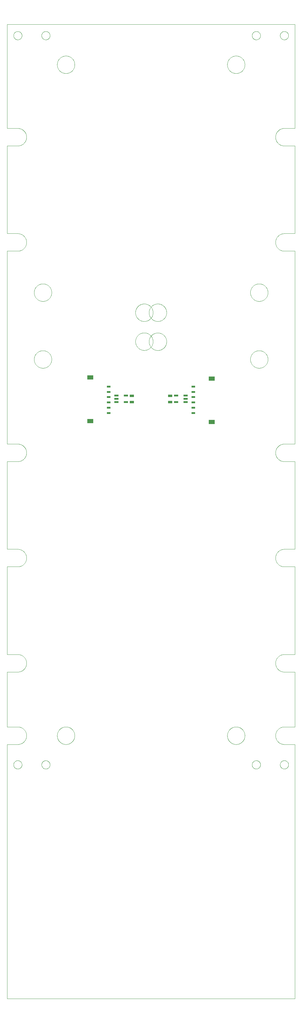
<source format=gbp>
G75*
%MOIN*%
%OFA0B0*%
%FSLAX25Y25*%
%IPPOS*%
%LPD*%
%AMOC8*
5,1,8,0,0,1.08239X$1,22.5*
%
%ADD10C,0.00004*%
%ADD11C,0.00394*%
%ADD12R,0.04724X0.02362*%
%ADD13R,0.03937X0.02362*%
%ADD14R,0.07087X0.04921*%
%ADD15R,0.04724X0.03150*%
D10*
X0001063Y0001002D02*
X0323898Y0001002D01*
X0323898Y0286435D01*
X0312087Y0286435D01*
X0311847Y0286438D01*
X0311608Y0286447D01*
X0311369Y0286461D01*
X0311130Y0286482D01*
X0310891Y0286508D01*
X0310654Y0286540D01*
X0310417Y0286578D01*
X0310181Y0286621D01*
X0309947Y0286670D01*
X0309714Y0286725D01*
X0309482Y0286786D01*
X0309251Y0286852D01*
X0309023Y0286924D01*
X0308796Y0287002D01*
X0308571Y0287084D01*
X0308348Y0287173D01*
X0308127Y0287267D01*
X0307909Y0287366D01*
X0307693Y0287470D01*
X0307480Y0287580D01*
X0307270Y0287694D01*
X0307062Y0287814D01*
X0306857Y0287939D01*
X0306656Y0288069D01*
X0306458Y0288204D01*
X0306263Y0288343D01*
X0306071Y0288487D01*
X0305883Y0288636D01*
X0305699Y0288789D01*
X0305519Y0288947D01*
X0305342Y0289109D01*
X0305169Y0289276D01*
X0305001Y0289446D01*
X0304837Y0289621D01*
X0304677Y0289799D01*
X0304521Y0289982D01*
X0304370Y0290168D01*
X0304224Y0290358D01*
X0304082Y0290551D01*
X0303945Y0290747D01*
X0303812Y0290947D01*
X0303685Y0291150D01*
X0303563Y0291356D01*
X0303445Y0291566D01*
X0303333Y0291777D01*
X0303226Y0291992D01*
X0303124Y0292209D01*
X0303028Y0292428D01*
X0302937Y0292650D01*
X0302851Y0292874D01*
X0302771Y0293100D01*
X0302697Y0293328D01*
X0302628Y0293557D01*
X0302564Y0293788D01*
X0302506Y0294021D01*
X0302454Y0294255D01*
X0302408Y0294490D01*
X0302367Y0294726D01*
X0302332Y0294964D01*
X0302303Y0295201D01*
X0302280Y0295440D01*
X0302262Y0295679D01*
X0302251Y0295919D01*
X0302245Y0296158D01*
X0302245Y0296398D01*
X0302251Y0296637D01*
X0302262Y0296877D01*
X0302280Y0297116D01*
X0302303Y0297355D01*
X0302332Y0297592D01*
X0302367Y0297830D01*
X0302408Y0298066D01*
X0302454Y0298301D01*
X0302506Y0298535D01*
X0302564Y0298768D01*
X0302628Y0298999D01*
X0302697Y0299228D01*
X0302771Y0299456D01*
X0302851Y0299682D01*
X0302937Y0299906D01*
X0303028Y0300128D01*
X0303124Y0300347D01*
X0303226Y0300564D01*
X0303333Y0300779D01*
X0303445Y0300990D01*
X0303563Y0301200D01*
X0303685Y0301406D01*
X0303812Y0301609D01*
X0303945Y0301809D01*
X0304082Y0302005D01*
X0304224Y0302198D01*
X0304370Y0302388D01*
X0304521Y0302574D01*
X0304677Y0302757D01*
X0304837Y0302935D01*
X0305001Y0303110D01*
X0305169Y0303280D01*
X0305342Y0303447D01*
X0305519Y0303609D01*
X0305699Y0303767D01*
X0305883Y0303920D01*
X0306071Y0304069D01*
X0306263Y0304213D01*
X0306458Y0304352D01*
X0306656Y0304487D01*
X0306857Y0304617D01*
X0307062Y0304742D01*
X0307270Y0304862D01*
X0307480Y0304976D01*
X0307693Y0305086D01*
X0307909Y0305190D01*
X0308127Y0305289D01*
X0308348Y0305383D01*
X0308571Y0305472D01*
X0308796Y0305554D01*
X0309023Y0305632D01*
X0309251Y0305704D01*
X0309482Y0305770D01*
X0309714Y0305831D01*
X0309947Y0305886D01*
X0310181Y0305935D01*
X0310417Y0305978D01*
X0310654Y0306016D01*
X0310891Y0306048D01*
X0311130Y0306074D01*
X0311369Y0306095D01*
X0311608Y0306109D01*
X0311847Y0306118D01*
X0312087Y0306121D01*
X0312087Y0306120D02*
X0323898Y0306120D01*
X0323898Y0367734D01*
X0312087Y0367734D01*
X0311847Y0367737D01*
X0311608Y0367746D01*
X0311369Y0367760D01*
X0311130Y0367781D01*
X0310891Y0367807D01*
X0310654Y0367839D01*
X0310417Y0367877D01*
X0310181Y0367920D01*
X0309947Y0367969D01*
X0309714Y0368024D01*
X0309482Y0368085D01*
X0309251Y0368151D01*
X0309023Y0368223D01*
X0308796Y0368301D01*
X0308571Y0368383D01*
X0308348Y0368472D01*
X0308127Y0368566D01*
X0307909Y0368665D01*
X0307693Y0368769D01*
X0307480Y0368879D01*
X0307270Y0368993D01*
X0307062Y0369113D01*
X0306857Y0369238D01*
X0306656Y0369368D01*
X0306458Y0369503D01*
X0306263Y0369642D01*
X0306071Y0369786D01*
X0305883Y0369935D01*
X0305699Y0370088D01*
X0305519Y0370246D01*
X0305342Y0370408D01*
X0305169Y0370575D01*
X0305001Y0370745D01*
X0304837Y0370920D01*
X0304677Y0371098D01*
X0304521Y0371281D01*
X0304370Y0371467D01*
X0304224Y0371657D01*
X0304082Y0371850D01*
X0303945Y0372046D01*
X0303812Y0372246D01*
X0303685Y0372449D01*
X0303563Y0372655D01*
X0303445Y0372865D01*
X0303333Y0373076D01*
X0303226Y0373291D01*
X0303124Y0373508D01*
X0303028Y0373727D01*
X0302937Y0373949D01*
X0302851Y0374173D01*
X0302771Y0374399D01*
X0302697Y0374627D01*
X0302628Y0374856D01*
X0302564Y0375087D01*
X0302506Y0375320D01*
X0302454Y0375554D01*
X0302408Y0375789D01*
X0302367Y0376025D01*
X0302332Y0376263D01*
X0302303Y0376500D01*
X0302280Y0376739D01*
X0302262Y0376978D01*
X0302251Y0377218D01*
X0302245Y0377457D01*
X0302245Y0377697D01*
X0302251Y0377936D01*
X0302262Y0378176D01*
X0302280Y0378415D01*
X0302303Y0378654D01*
X0302332Y0378891D01*
X0302367Y0379129D01*
X0302408Y0379365D01*
X0302454Y0379600D01*
X0302506Y0379834D01*
X0302564Y0380067D01*
X0302628Y0380298D01*
X0302697Y0380527D01*
X0302771Y0380755D01*
X0302851Y0380981D01*
X0302937Y0381205D01*
X0303028Y0381427D01*
X0303124Y0381646D01*
X0303226Y0381863D01*
X0303333Y0382078D01*
X0303445Y0382289D01*
X0303563Y0382499D01*
X0303685Y0382705D01*
X0303812Y0382908D01*
X0303945Y0383108D01*
X0304082Y0383304D01*
X0304224Y0383497D01*
X0304370Y0383687D01*
X0304521Y0383873D01*
X0304677Y0384056D01*
X0304837Y0384234D01*
X0305001Y0384409D01*
X0305169Y0384579D01*
X0305342Y0384746D01*
X0305519Y0384908D01*
X0305699Y0385066D01*
X0305883Y0385219D01*
X0306071Y0385368D01*
X0306263Y0385512D01*
X0306458Y0385651D01*
X0306656Y0385786D01*
X0306857Y0385916D01*
X0307062Y0386041D01*
X0307270Y0386161D01*
X0307480Y0386275D01*
X0307693Y0386385D01*
X0307909Y0386489D01*
X0308127Y0386588D01*
X0308348Y0386682D01*
X0308571Y0386771D01*
X0308796Y0386853D01*
X0309023Y0386931D01*
X0309251Y0387003D01*
X0309482Y0387069D01*
X0309714Y0387130D01*
X0309947Y0387185D01*
X0310181Y0387234D01*
X0310417Y0387277D01*
X0310654Y0387315D01*
X0310891Y0387347D01*
X0311130Y0387373D01*
X0311369Y0387394D01*
X0311608Y0387408D01*
X0311847Y0387417D01*
X0312087Y0387420D01*
X0312087Y0387419D02*
X0323898Y0387419D01*
X0323898Y0485844D01*
X0312087Y0485844D01*
X0311847Y0485847D01*
X0311608Y0485856D01*
X0311369Y0485870D01*
X0311130Y0485891D01*
X0310891Y0485917D01*
X0310654Y0485949D01*
X0310417Y0485987D01*
X0310181Y0486030D01*
X0309947Y0486079D01*
X0309714Y0486134D01*
X0309482Y0486195D01*
X0309251Y0486261D01*
X0309023Y0486333D01*
X0308796Y0486411D01*
X0308571Y0486493D01*
X0308348Y0486582D01*
X0308127Y0486676D01*
X0307909Y0486775D01*
X0307693Y0486879D01*
X0307480Y0486989D01*
X0307270Y0487103D01*
X0307062Y0487223D01*
X0306857Y0487348D01*
X0306656Y0487478D01*
X0306458Y0487613D01*
X0306263Y0487752D01*
X0306071Y0487896D01*
X0305883Y0488045D01*
X0305699Y0488198D01*
X0305519Y0488356D01*
X0305342Y0488518D01*
X0305169Y0488685D01*
X0305001Y0488855D01*
X0304837Y0489030D01*
X0304677Y0489208D01*
X0304521Y0489391D01*
X0304370Y0489577D01*
X0304224Y0489767D01*
X0304082Y0489960D01*
X0303945Y0490156D01*
X0303812Y0490356D01*
X0303685Y0490559D01*
X0303563Y0490765D01*
X0303445Y0490975D01*
X0303333Y0491186D01*
X0303226Y0491401D01*
X0303124Y0491618D01*
X0303028Y0491837D01*
X0302937Y0492059D01*
X0302851Y0492283D01*
X0302771Y0492509D01*
X0302697Y0492737D01*
X0302628Y0492966D01*
X0302564Y0493197D01*
X0302506Y0493430D01*
X0302454Y0493664D01*
X0302408Y0493899D01*
X0302367Y0494135D01*
X0302332Y0494373D01*
X0302303Y0494610D01*
X0302280Y0494849D01*
X0302262Y0495088D01*
X0302251Y0495328D01*
X0302245Y0495567D01*
X0302245Y0495807D01*
X0302251Y0496046D01*
X0302262Y0496286D01*
X0302280Y0496525D01*
X0302303Y0496764D01*
X0302332Y0497001D01*
X0302367Y0497239D01*
X0302408Y0497475D01*
X0302454Y0497710D01*
X0302506Y0497944D01*
X0302564Y0498177D01*
X0302628Y0498408D01*
X0302697Y0498637D01*
X0302771Y0498865D01*
X0302851Y0499091D01*
X0302937Y0499315D01*
X0303028Y0499537D01*
X0303124Y0499756D01*
X0303226Y0499973D01*
X0303333Y0500188D01*
X0303445Y0500399D01*
X0303563Y0500609D01*
X0303685Y0500815D01*
X0303812Y0501018D01*
X0303945Y0501218D01*
X0304082Y0501414D01*
X0304224Y0501607D01*
X0304370Y0501797D01*
X0304521Y0501983D01*
X0304677Y0502166D01*
X0304837Y0502344D01*
X0305001Y0502519D01*
X0305169Y0502689D01*
X0305342Y0502856D01*
X0305519Y0503018D01*
X0305699Y0503176D01*
X0305883Y0503329D01*
X0306071Y0503478D01*
X0306263Y0503622D01*
X0306458Y0503761D01*
X0306656Y0503896D01*
X0306857Y0504026D01*
X0307062Y0504151D01*
X0307270Y0504271D01*
X0307480Y0504385D01*
X0307693Y0504495D01*
X0307909Y0504599D01*
X0308127Y0504698D01*
X0308348Y0504792D01*
X0308571Y0504881D01*
X0308796Y0504963D01*
X0309023Y0505041D01*
X0309251Y0505113D01*
X0309482Y0505179D01*
X0309714Y0505240D01*
X0309947Y0505295D01*
X0310181Y0505344D01*
X0310417Y0505387D01*
X0310654Y0505425D01*
X0310891Y0505457D01*
X0311130Y0505483D01*
X0311369Y0505504D01*
X0311608Y0505518D01*
X0311847Y0505527D01*
X0312087Y0505530D01*
X0323898Y0505530D01*
X0323898Y0603955D01*
X0312087Y0603955D01*
X0312087Y0603954D02*
X0311847Y0603957D01*
X0311608Y0603966D01*
X0311369Y0603980D01*
X0311130Y0604001D01*
X0310891Y0604027D01*
X0310654Y0604059D01*
X0310417Y0604097D01*
X0310181Y0604140D01*
X0309947Y0604189D01*
X0309714Y0604244D01*
X0309482Y0604305D01*
X0309251Y0604371D01*
X0309023Y0604443D01*
X0308796Y0604521D01*
X0308571Y0604603D01*
X0308348Y0604692D01*
X0308127Y0604786D01*
X0307909Y0604885D01*
X0307693Y0604989D01*
X0307480Y0605099D01*
X0307270Y0605213D01*
X0307062Y0605333D01*
X0306857Y0605458D01*
X0306656Y0605588D01*
X0306458Y0605723D01*
X0306263Y0605862D01*
X0306071Y0606006D01*
X0305883Y0606155D01*
X0305699Y0606308D01*
X0305519Y0606466D01*
X0305342Y0606628D01*
X0305169Y0606795D01*
X0305001Y0606965D01*
X0304837Y0607140D01*
X0304677Y0607318D01*
X0304521Y0607501D01*
X0304370Y0607687D01*
X0304224Y0607877D01*
X0304082Y0608070D01*
X0303945Y0608266D01*
X0303812Y0608466D01*
X0303685Y0608669D01*
X0303563Y0608876D01*
X0303445Y0609085D01*
X0303333Y0609296D01*
X0303226Y0609511D01*
X0303124Y0609728D01*
X0303028Y0609947D01*
X0302937Y0610169D01*
X0302851Y0610393D01*
X0302771Y0610619D01*
X0302697Y0610847D01*
X0302628Y0611076D01*
X0302564Y0611307D01*
X0302506Y0611540D01*
X0302454Y0611774D01*
X0302408Y0612009D01*
X0302367Y0612245D01*
X0302332Y0612483D01*
X0302303Y0612720D01*
X0302280Y0612959D01*
X0302262Y0613198D01*
X0302251Y0613438D01*
X0302245Y0613677D01*
X0302245Y0613917D01*
X0302251Y0614156D01*
X0302262Y0614396D01*
X0302280Y0614635D01*
X0302303Y0614874D01*
X0302332Y0615111D01*
X0302367Y0615349D01*
X0302408Y0615585D01*
X0302454Y0615820D01*
X0302506Y0616054D01*
X0302564Y0616287D01*
X0302628Y0616518D01*
X0302697Y0616747D01*
X0302771Y0616975D01*
X0302851Y0617201D01*
X0302937Y0617425D01*
X0303028Y0617647D01*
X0303124Y0617866D01*
X0303226Y0618083D01*
X0303333Y0618298D01*
X0303445Y0618509D01*
X0303563Y0618719D01*
X0303685Y0618925D01*
X0303812Y0619128D01*
X0303945Y0619328D01*
X0304082Y0619524D01*
X0304224Y0619717D01*
X0304370Y0619907D01*
X0304521Y0620093D01*
X0304677Y0620276D01*
X0304837Y0620454D01*
X0305001Y0620629D01*
X0305169Y0620799D01*
X0305342Y0620966D01*
X0305519Y0621128D01*
X0305699Y0621286D01*
X0305883Y0621439D01*
X0306071Y0621588D01*
X0306263Y0621732D01*
X0306458Y0621871D01*
X0306656Y0622006D01*
X0306857Y0622136D01*
X0307062Y0622261D01*
X0307270Y0622381D01*
X0307480Y0622495D01*
X0307693Y0622605D01*
X0307909Y0622709D01*
X0308127Y0622808D01*
X0308348Y0622902D01*
X0308571Y0622991D01*
X0308796Y0623073D01*
X0309023Y0623151D01*
X0309251Y0623223D01*
X0309482Y0623289D01*
X0309714Y0623350D01*
X0309947Y0623405D01*
X0310181Y0623454D01*
X0310417Y0623497D01*
X0310654Y0623535D01*
X0310891Y0623567D01*
X0311130Y0623593D01*
X0311369Y0623614D01*
X0311608Y0623628D01*
X0311847Y0623637D01*
X0312087Y0623640D01*
X0323898Y0623640D01*
X0323898Y0840175D01*
X0312087Y0840175D01*
X0311847Y0840178D01*
X0311608Y0840187D01*
X0311369Y0840201D01*
X0311130Y0840222D01*
X0310891Y0840248D01*
X0310654Y0840280D01*
X0310417Y0840318D01*
X0310181Y0840361D01*
X0309947Y0840410D01*
X0309714Y0840465D01*
X0309482Y0840526D01*
X0309251Y0840592D01*
X0309023Y0840664D01*
X0308796Y0840742D01*
X0308571Y0840824D01*
X0308348Y0840913D01*
X0308127Y0841007D01*
X0307909Y0841106D01*
X0307693Y0841210D01*
X0307480Y0841320D01*
X0307270Y0841434D01*
X0307062Y0841554D01*
X0306857Y0841679D01*
X0306656Y0841809D01*
X0306458Y0841944D01*
X0306263Y0842083D01*
X0306071Y0842227D01*
X0305883Y0842376D01*
X0305699Y0842529D01*
X0305519Y0842687D01*
X0305342Y0842849D01*
X0305169Y0843016D01*
X0305001Y0843186D01*
X0304837Y0843361D01*
X0304677Y0843539D01*
X0304521Y0843722D01*
X0304370Y0843908D01*
X0304224Y0844098D01*
X0304082Y0844291D01*
X0303945Y0844487D01*
X0303812Y0844687D01*
X0303685Y0844890D01*
X0303563Y0845097D01*
X0303445Y0845306D01*
X0303333Y0845517D01*
X0303226Y0845732D01*
X0303124Y0845949D01*
X0303028Y0846168D01*
X0302937Y0846390D01*
X0302851Y0846614D01*
X0302771Y0846840D01*
X0302697Y0847068D01*
X0302628Y0847297D01*
X0302564Y0847528D01*
X0302506Y0847761D01*
X0302454Y0847995D01*
X0302408Y0848230D01*
X0302367Y0848466D01*
X0302332Y0848704D01*
X0302303Y0848941D01*
X0302280Y0849180D01*
X0302262Y0849419D01*
X0302251Y0849659D01*
X0302245Y0849898D01*
X0302245Y0850138D01*
X0302251Y0850377D01*
X0302262Y0850617D01*
X0302280Y0850856D01*
X0302303Y0851095D01*
X0302332Y0851332D01*
X0302367Y0851570D01*
X0302408Y0851806D01*
X0302454Y0852041D01*
X0302506Y0852275D01*
X0302564Y0852508D01*
X0302628Y0852739D01*
X0302697Y0852968D01*
X0302771Y0853196D01*
X0302851Y0853422D01*
X0302937Y0853646D01*
X0303028Y0853868D01*
X0303124Y0854087D01*
X0303226Y0854304D01*
X0303333Y0854519D01*
X0303445Y0854730D01*
X0303563Y0854940D01*
X0303685Y0855146D01*
X0303812Y0855349D01*
X0303945Y0855549D01*
X0304082Y0855745D01*
X0304224Y0855938D01*
X0304370Y0856128D01*
X0304521Y0856314D01*
X0304677Y0856497D01*
X0304837Y0856675D01*
X0305001Y0856850D01*
X0305169Y0857020D01*
X0305342Y0857187D01*
X0305519Y0857349D01*
X0305699Y0857507D01*
X0305883Y0857660D01*
X0306071Y0857809D01*
X0306263Y0857953D01*
X0306458Y0858092D01*
X0306656Y0858227D01*
X0306857Y0858357D01*
X0307062Y0858482D01*
X0307270Y0858602D01*
X0307480Y0858716D01*
X0307693Y0858826D01*
X0307909Y0858930D01*
X0308127Y0859029D01*
X0308348Y0859123D01*
X0308571Y0859212D01*
X0308796Y0859294D01*
X0309023Y0859372D01*
X0309251Y0859444D01*
X0309482Y0859510D01*
X0309714Y0859571D01*
X0309947Y0859626D01*
X0310181Y0859675D01*
X0310417Y0859718D01*
X0310654Y0859756D01*
X0310891Y0859788D01*
X0311130Y0859814D01*
X0311369Y0859835D01*
X0311608Y0859849D01*
X0311847Y0859858D01*
X0312087Y0859861D01*
X0312087Y0859860D02*
X0323898Y0859860D01*
X0323898Y0958285D01*
X0312087Y0958285D01*
X0311847Y0958288D01*
X0311608Y0958297D01*
X0311369Y0958311D01*
X0311130Y0958332D01*
X0310891Y0958358D01*
X0310654Y0958390D01*
X0310417Y0958428D01*
X0310181Y0958471D01*
X0309947Y0958520D01*
X0309714Y0958575D01*
X0309482Y0958636D01*
X0309251Y0958702D01*
X0309023Y0958774D01*
X0308796Y0958852D01*
X0308571Y0958934D01*
X0308348Y0959023D01*
X0308127Y0959117D01*
X0307909Y0959216D01*
X0307693Y0959320D01*
X0307480Y0959430D01*
X0307270Y0959544D01*
X0307062Y0959664D01*
X0306857Y0959789D01*
X0306656Y0959919D01*
X0306458Y0960054D01*
X0306263Y0960193D01*
X0306071Y0960337D01*
X0305883Y0960486D01*
X0305699Y0960639D01*
X0305519Y0960797D01*
X0305342Y0960959D01*
X0305169Y0961126D01*
X0305001Y0961296D01*
X0304837Y0961471D01*
X0304677Y0961649D01*
X0304521Y0961832D01*
X0304370Y0962018D01*
X0304224Y0962208D01*
X0304082Y0962401D01*
X0303945Y0962597D01*
X0303812Y0962797D01*
X0303685Y0963000D01*
X0303563Y0963207D01*
X0303445Y0963416D01*
X0303333Y0963627D01*
X0303226Y0963842D01*
X0303124Y0964059D01*
X0303028Y0964278D01*
X0302937Y0964500D01*
X0302851Y0964724D01*
X0302771Y0964950D01*
X0302697Y0965178D01*
X0302628Y0965407D01*
X0302564Y0965638D01*
X0302506Y0965871D01*
X0302454Y0966105D01*
X0302408Y0966340D01*
X0302367Y0966576D01*
X0302332Y0966814D01*
X0302303Y0967051D01*
X0302280Y0967290D01*
X0302262Y0967529D01*
X0302251Y0967769D01*
X0302245Y0968008D01*
X0302245Y0968248D01*
X0302251Y0968487D01*
X0302262Y0968727D01*
X0302280Y0968966D01*
X0302303Y0969205D01*
X0302332Y0969442D01*
X0302367Y0969680D01*
X0302408Y0969916D01*
X0302454Y0970151D01*
X0302506Y0970385D01*
X0302564Y0970618D01*
X0302628Y0970849D01*
X0302697Y0971078D01*
X0302771Y0971306D01*
X0302851Y0971532D01*
X0302937Y0971756D01*
X0303028Y0971978D01*
X0303124Y0972197D01*
X0303226Y0972414D01*
X0303333Y0972629D01*
X0303445Y0972840D01*
X0303563Y0973050D01*
X0303685Y0973256D01*
X0303812Y0973459D01*
X0303945Y0973659D01*
X0304082Y0973855D01*
X0304224Y0974048D01*
X0304370Y0974238D01*
X0304521Y0974424D01*
X0304677Y0974607D01*
X0304837Y0974785D01*
X0305001Y0974960D01*
X0305169Y0975130D01*
X0305342Y0975297D01*
X0305519Y0975459D01*
X0305699Y0975617D01*
X0305883Y0975770D01*
X0306071Y0975919D01*
X0306263Y0976063D01*
X0306458Y0976202D01*
X0306656Y0976337D01*
X0306857Y0976467D01*
X0307062Y0976592D01*
X0307270Y0976712D01*
X0307480Y0976826D01*
X0307693Y0976936D01*
X0307909Y0977040D01*
X0308127Y0977139D01*
X0308348Y0977233D01*
X0308571Y0977322D01*
X0308796Y0977404D01*
X0309023Y0977482D01*
X0309251Y0977554D01*
X0309482Y0977620D01*
X0309714Y0977681D01*
X0309947Y0977736D01*
X0310181Y0977785D01*
X0310417Y0977828D01*
X0310654Y0977866D01*
X0310891Y0977898D01*
X0311130Y0977924D01*
X0311369Y0977945D01*
X0311608Y0977959D01*
X0311847Y0977968D01*
X0312087Y0977971D01*
X0312087Y0977970D02*
X0323898Y0977970D01*
X0323898Y1094703D01*
X0001063Y1094703D01*
X0001063Y0977970D01*
X0012874Y0977970D01*
X0012874Y0977971D02*
X0013114Y0977968D01*
X0013353Y0977959D01*
X0013592Y0977945D01*
X0013831Y0977924D01*
X0014070Y0977898D01*
X0014307Y0977866D01*
X0014544Y0977828D01*
X0014780Y0977785D01*
X0015014Y0977736D01*
X0015247Y0977681D01*
X0015479Y0977620D01*
X0015710Y0977554D01*
X0015938Y0977482D01*
X0016165Y0977404D01*
X0016390Y0977322D01*
X0016613Y0977233D01*
X0016834Y0977139D01*
X0017052Y0977040D01*
X0017268Y0976936D01*
X0017481Y0976826D01*
X0017691Y0976712D01*
X0017899Y0976592D01*
X0018104Y0976467D01*
X0018305Y0976337D01*
X0018503Y0976202D01*
X0018698Y0976063D01*
X0018890Y0975919D01*
X0019078Y0975770D01*
X0019262Y0975617D01*
X0019442Y0975459D01*
X0019619Y0975297D01*
X0019792Y0975130D01*
X0019960Y0974960D01*
X0020124Y0974785D01*
X0020284Y0974607D01*
X0020440Y0974424D01*
X0020591Y0974238D01*
X0020737Y0974048D01*
X0020879Y0973855D01*
X0021016Y0973659D01*
X0021149Y0973459D01*
X0021276Y0973256D01*
X0021398Y0973050D01*
X0021516Y0972840D01*
X0021628Y0972629D01*
X0021735Y0972414D01*
X0021837Y0972197D01*
X0021933Y0971978D01*
X0022024Y0971756D01*
X0022110Y0971532D01*
X0022190Y0971306D01*
X0022264Y0971078D01*
X0022333Y0970849D01*
X0022397Y0970618D01*
X0022455Y0970385D01*
X0022507Y0970151D01*
X0022553Y0969916D01*
X0022594Y0969680D01*
X0022629Y0969442D01*
X0022658Y0969205D01*
X0022681Y0968966D01*
X0022699Y0968727D01*
X0022710Y0968487D01*
X0022716Y0968248D01*
X0022716Y0968008D01*
X0022710Y0967769D01*
X0022699Y0967529D01*
X0022681Y0967290D01*
X0022658Y0967051D01*
X0022629Y0966814D01*
X0022594Y0966576D01*
X0022553Y0966340D01*
X0022507Y0966105D01*
X0022455Y0965871D01*
X0022397Y0965638D01*
X0022333Y0965407D01*
X0022264Y0965178D01*
X0022190Y0964950D01*
X0022110Y0964724D01*
X0022024Y0964500D01*
X0021933Y0964278D01*
X0021837Y0964059D01*
X0021735Y0963842D01*
X0021628Y0963627D01*
X0021516Y0963416D01*
X0021398Y0963207D01*
X0021276Y0963000D01*
X0021149Y0962797D01*
X0021016Y0962597D01*
X0020879Y0962401D01*
X0020737Y0962208D01*
X0020591Y0962018D01*
X0020440Y0961832D01*
X0020284Y0961649D01*
X0020124Y0961471D01*
X0019960Y0961296D01*
X0019792Y0961126D01*
X0019619Y0960959D01*
X0019442Y0960797D01*
X0019262Y0960639D01*
X0019078Y0960486D01*
X0018890Y0960337D01*
X0018698Y0960193D01*
X0018503Y0960054D01*
X0018305Y0959919D01*
X0018104Y0959789D01*
X0017899Y0959664D01*
X0017691Y0959544D01*
X0017481Y0959430D01*
X0017268Y0959320D01*
X0017052Y0959216D01*
X0016834Y0959117D01*
X0016613Y0959023D01*
X0016390Y0958934D01*
X0016165Y0958852D01*
X0015938Y0958774D01*
X0015710Y0958702D01*
X0015479Y0958636D01*
X0015247Y0958575D01*
X0015014Y0958520D01*
X0014780Y0958471D01*
X0014544Y0958428D01*
X0014307Y0958390D01*
X0014070Y0958358D01*
X0013831Y0958332D01*
X0013592Y0958311D01*
X0013353Y0958297D01*
X0013114Y0958288D01*
X0012874Y0958285D01*
X0001063Y0958285D01*
X0001063Y0859860D01*
X0012874Y0859860D01*
X0012874Y0859861D02*
X0013114Y0859858D01*
X0013353Y0859849D01*
X0013592Y0859835D01*
X0013831Y0859814D01*
X0014070Y0859788D01*
X0014307Y0859756D01*
X0014544Y0859718D01*
X0014780Y0859675D01*
X0015014Y0859626D01*
X0015247Y0859571D01*
X0015479Y0859510D01*
X0015710Y0859444D01*
X0015938Y0859372D01*
X0016165Y0859294D01*
X0016390Y0859212D01*
X0016613Y0859123D01*
X0016834Y0859029D01*
X0017052Y0858930D01*
X0017268Y0858826D01*
X0017481Y0858716D01*
X0017691Y0858602D01*
X0017899Y0858482D01*
X0018104Y0858357D01*
X0018305Y0858227D01*
X0018503Y0858092D01*
X0018698Y0857953D01*
X0018890Y0857809D01*
X0019078Y0857660D01*
X0019262Y0857507D01*
X0019442Y0857349D01*
X0019619Y0857187D01*
X0019792Y0857020D01*
X0019960Y0856850D01*
X0020124Y0856675D01*
X0020284Y0856497D01*
X0020440Y0856314D01*
X0020591Y0856128D01*
X0020737Y0855938D01*
X0020879Y0855745D01*
X0021016Y0855549D01*
X0021149Y0855349D01*
X0021276Y0855146D01*
X0021398Y0854940D01*
X0021516Y0854730D01*
X0021628Y0854519D01*
X0021735Y0854304D01*
X0021837Y0854087D01*
X0021933Y0853868D01*
X0022024Y0853646D01*
X0022110Y0853422D01*
X0022190Y0853196D01*
X0022264Y0852968D01*
X0022333Y0852739D01*
X0022397Y0852508D01*
X0022455Y0852275D01*
X0022507Y0852041D01*
X0022553Y0851806D01*
X0022594Y0851570D01*
X0022629Y0851332D01*
X0022658Y0851095D01*
X0022681Y0850856D01*
X0022699Y0850617D01*
X0022710Y0850377D01*
X0022716Y0850138D01*
X0022716Y0849898D01*
X0022710Y0849659D01*
X0022699Y0849419D01*
X0022681Y0849180D01*
X0022658Y0848941D01*
X0022629Y0848704D01*
X0022594Y0848466D01*
X0022553Y0848230D01*
X0022507Y0847995D01*
X0022455Y0847761D01*
X0022397Y0847528D01*
X0022333Y0847297D01*
X0022264Y0847068D01*
X0022190Y0846840D01*
X0022110Y0846614D01*
X0022024Y0846390D01*
X0021933Y0846168D01*
X0021837Y0845949D01*
X0021735Y0845732D01*
X0021628Y0845517D01*
X0021516Y0845306D01*
X0021398Y0845097D01*
X0021276Y0844890D01*
X0021149Y0844687D01*
X0021016Y0844487D01*
X0020879Y0844291D01*
X0020737Y0844098D01*
X0020591Y0843908D01*
X0020440Y0843722D01*
X0020284Y0843539D01*
X0020124Y0843361D01*
X0019960Y0843186D01*
X0019792Y0843016D01*
X0019619Y0842849D01*
X0019442Y0842687D01*
X0019262Y0842529D01*
X0019078Y0842376D01*
X0018890Y0842227D01*
X0018698Y0842083D01*
X0018503Y0841944D01*
X0018305Y0841809D01*
X0018104Y0841679D01*
X0017899Y0841554D01*
X0017691Y0841434D01*
X0017481Y0841320D01*
X0017268Y0841210D01*
X0017052Y0841106D01*
X0016834Y0841007D01*
X0016613Y0840913D01*
X0016390Y0840824D01*
X0016165Y0840742D01*
X0015938Y0840664D01*
X0015710Y0840592D01*
X0015479Y0840526D01*
X0015247Y0840465D01*
X0015014Y0840410D01*
X0014780Y0840361D01*
X0014544Y0840318D01*
X0014307Y0840280D01*
X0014070Y0840248D01*
X0013831Y0840222D01*
X0013592Y0840201D01*
X0013353Y0840187D01*
X0013114Y0840178D01*
X0012874Y0840175D01*
X0001063Y0840175D01*
X0001063Y0623640D01*
X0012874Y0623640D01*
X0013114Y0623637D01*
X0013353Y0623628D01*
X0013592Y0623614D01*
X0013831Y0623593D01*
X0014070Y0623567D01*
X0014307Y0623535D01*
X0014544Y0623497D01*
X0014780Y0623454D01*
X0015014Y0623405D01*
X0015247Y0623350D01*
X0015479Y0623289D01*
X0015710Y0623223D01*
X0015938Y0623151D01*
X0016165Y0623073D01*
X0016390Y0622991D01*
X0016613Y0622902D01*
X0016834Y0622808D01*
X0017052Y0622709D01*
X0017268Y0622605D01*
X0017481Y0622495D01*
X0017691Y0622381D01*
X0017899Y0622261D01*
X0018104Y0622136D01*
X0018305Y0622006D01*
X0018503Y0621871D01*
X0018698Y0621732D01*
X0018890Y0621588D01*
X0019078Y0621439D01*
X0019262Y0621286D01*
X0019442Y0621128D01*
X0019619Y0620966D01*
X0019792Y0620799D01*
X0019960Y0620629D01*
X0020124Y0620454D01*
X0020284Y0620276D01*
X0020440Y0620093D01*
X0020591Y0619907D01*
X0020737Y0619717D01*
X0020879Y0619524D01*
X0021016Y0619328D01*
X0021149Y0619128D01*
X0021276Y0618925D01*
X0021398Y0618719D01*
X0021516Y0618509D01*
X0021628Y0618298D01*
X0021735Y0618083D01*
X0021837Y0617866D01*
X0021933Y0617647D01*
X0022024Y0617425D01*
X0022110Y0617201D01*
X0022190Y0616975D01*
X0022264Y0616747D01*
X0022333Y0616518D01*
X0022397Y0616287D01*
X0022455Y0616054D01*
X0022507Y0615820D01*
X0022553Y0615585D01*
X0022594Y0615349D01*
X0022629Y0615111D01*
X0022658Y0614874D01*
X0022681Y0614635D01*
X0022699Y0614396D01*
X0022710Y0614156D01*
X0022716Y0613917D01*
X0022716Y0613677D01*
X0022710Y0613438D01*
X0022699Y0613198D01*
X0022681Y0612959D01*
X0022658Y0612720D01*
X0022629Y0612483D01*
X0022594Y0612245D01*
X0022553Y0612009D01*
X0022507Y0611774D01*
X0022455Y0611540D01*
X0022397Y0611307D01*
X0022333Y0611076D01*
X0022264Y0610847D01*
X0022190Y0610619D01*
X0022110Y0610393D01*
X0022024Y0610169D01*
X0021933Y0609947D01*
X0021837Y0609728D01*
X0021735Y0609511D01*
X0021628Y0609296D01*
X0021516Y0609085D01*
X0021398Y0608876D01*
X0021276Y0608669D01*
X0021149Y0608466D01*
X0021016Y0608266D01*
X0020879Y0608070D01*
X0020737Y0607877D01*
X0020591Y0607687D01*
X0020440Y0607501D01*
X0020284Y0607318D01*
X0020124Y0607140D01*
X0019960Y0606965D01*
X0019792Y0606795D01*
X0019619Y0606628D01*
X0019442Y0606466D01*
X0019262Y0606308D01*
X0019078Y0606155D01*
X0018890Y0606006D01*
X0018698Y0605862D01*
X0018503Y0605723D01*
X0018305Y0605588D01*
X0018104Y0605458D01*
X0017899Y0605333D01*
X0017691Y0605213D01*
X0017481Y0605099D01*
X0017268Y0604989D01*
X0017052Y0604885D01*
X0016834Y0604786D01*
X0016613Y0604692D01*
X0016390Y0604603D01*
X0016165Y0604521D01*
X0015938Y0604443D01*
X0015710Y0604371D01*
X0015479Y0604305D01*
X0015247Y0604244D01*
X0015014Y0604189D01*
X0014780Y0604140D01*
X0014544Y0604097D01*
X0014307Y0604059D01*
X0014070Y0604027D01*
X0013831Y0604001D01*
X0013592Y0603980D01*
X0013353Y0603966D01*
X0013114Y0603957D01*
X0012874Y0603954D01*
X0012874Y0603955D02*
X0001063Y0603955D01*
X0001063Y0505530D01*
X0012874Y0505530D01*
X0013114Y0505527D01*
X0013353Y0505518D01*
X0013592Y0505504D01*
X0013831Y0505483D01*
X0014070Y0505457D01*
X0014307Y0505425D01*
X0014544Y0505387D01*
X0014780Y0505344D01*
X0015014Y0505295D01*
X0015247Y0505240D01*
X0015479Y0505179D01*
X0015710Y0505113D01*
X0015938Y0505041D01*
X0016165Y0504963D01*
X0016390Y0504881D01*
X0016613Y0504792D01*
X0016834Y0504698D01*
X0017052Y0504599D01*
X0017268Y0504495D01*
X0017481Y0504385D01*
X0017691Y0504271D01*
X0017899Y0504151D01*
X0018104Y0504026D01*
X0018305Y0503896D01*
X0018503Y0503761D01*
X0018698Y0503622D01*
X0018890Y0503478D01*
X0019078Y0503329D01*
X0019262Y0503176D01*
X0019442Y0503018D01*
X0019619Y0502856D01*
X0019792Y0502689D01*
X0019960Y0502519D01*
X0020124Y0502344D01*
X0020284Y0502166D01*
X0020440Y0501983D01*
X0020591Y0501797D01*
X0020737Y0501607D01*
X0020879Y0501414D01*
X0021016Y0501218D01*
X0021149Y0501018D01*
X0021276Y0500815D01*
X0021398Y0500609D01*
X0021516Y0500399D01*
X0021628Y0500188D01*
X0021735Y0499973D01*
X0021837Y0499756D01*
X0021933Y0499537D01*
X0022024Y0499315D01*
X0022110Y0499091D01*
X0022190Y0498865D01*
X0022264Y0498637D01*
X0022333Y0498408D01*
X0022397Y0498177D01*
X0022455Y0497944D01*
X0022507Y0497710D01*
X0022553Y0497475D01*
X0022594Y0497239D01*
X0022629Y0497001D01*
X0022658Y0496764D01*
X0022681Y0496525D01*
X0022699Y0496286D01*
X0022710Y0496046D01*
X0022716Y0495807D01*
X0022716Y0495567D01*
X0022710Y0495328D01*
X0022699Y0495088D01*
X0022681Y0494849D01*
X0022658Y0494610D01*
X0022629Y0494373D01*
X0022594Y0494135D01*
X0022553Y0493899D01*
X0022507Y0493664D01*
X0022455Y0493430D01*
X0022397Y0493197D01*
X0022333Y0492966D01*
X0022264Y0492737D01*
X0022190Y0492509D01*
X0022110Y0492283D01*
X0022024Y0492059D01*
X0021933Y0491837D01*
X0021837Y0491618D01*
X0021735Y0491401D01*
X0021628Y0491186D01*
X0021516Y0490975D01*
X0021398Y0490766D01*
X0021276Y0490559D01*
X0021149Y0490356D01*
X0021016Y0490156D01*
X0020879Y0489960D01*
X0020737Y0489767D01*
X0020591Y0489577D01*
X0020440Y0489391D01*
X0020284Y0489208D01*
X0020124Y0489030D01*
X0019960Y0488855D01*
X0019792Y0488685D01*
X0019619Y0488518D01*
X0019442Y0488356D01*
X0019262Y0488198D01*
X0019078Y0488045D01*
X0018890Y0487896D01*
X0018698Y0487752D01*
X0018503Y0487613D01*
X0018305Y0487478D01*
X0018104Y0487348D01*
X0017899Y0487223D01*
X0017691Y0487103D01*
X0017481Y0486989D01*
X0017268Y0486879D01*
X0017052Y0486775D01*
X0016834Y0486676D01*
X0016613Y0486582D01*
X0016390Y0486493D01*
X0016165Y0486411D01*
X0015938Y0486333D01*
X0015710Y0486261D01*
X0015479Y0486195D01*
X0015247Y0486134D01*
X0015014Y0486079D01*
X0014780Y0486030D01*
X0014544Y0485987D01*
X0014307Y0485949D01*
X0014070Y0485917D01*
X0013831Y0485891D01*
X0013592Y0485870D01*
X0013353Y0485856D01*
X0013114Y0485847D01*
X0012874Y0485844D01*
X0001063Y0485844D01*
X0001063Y0387419D01*
X0012874Y0387419D01*
X0012874Y0387420D02*
X0013114Y0387417D01*
X0013353Y0387408D01*
X0013592Y0387394D01*
X0013831Y0387373D01*
X0014070Y0387347D01*
X0014307Y0387315D01*
X0014544Y0387277D01*
X0014780Y0387234D01*
X0015014Y0387185D01*
X0015247Y0387130D01*
X0015479Y0387069D01*
X0015710Y0387003D01*
X0015938Y0386931D01*
X0016165Y0386853D01*
X0016390Y0386771D01*
X0016613Y0386682D01*
X0016834Y0386588D01*
X0017052Y0386489D01*
X0017268Y0386385D01*
X0017481Y0386275D01*
X0017691Y0386161D01*
X0017899Y0386041D01*
X0018104Y0385916D01*
X0018305Y0385786D01*
X0018503Y0385651D01*
X0018698Y0385512D01*
X0018890Y0385368D01*
X0019078Y0385219D01*
X0019262Y0385066D01*
X0019442Y0384908D01*
X0019619Y0384746D01*
X0019792Y0384579D01*
X0019960Y0384409D01*
X0020124Y0384234D01*
X0020284Y0384056D01*
X0020440Y0383873D01*
X0020591Y0383687D01*
X0020737Y0383497D01*
X0020879Y0383304D01*
X0021016Y0383108D01*
X0021149Y0382908D01*
X0021276Y0382705D01*
X0021398Y0382499D01*
X0021516Y0382289D01*
X0021628Y0382078D01*
X0021735Y0381863D01*
X0021837Y0381646D01*
X0021933Y0381427D01*
X0022024Y0381205D01*
X0022110Y0380981D01*
X0022190Y0380755D01*
X0022264Y0380527D01*
X0022333Y0380298D01*
X0022397Y0380067D01*
X0022455Y0379834D01*
X0022507Y0379600D01*
X0022553Y0379365D01*
X0022594Y0379129D01*
X0022629Y0378891D01*
X0022658Y0378654D01*
X0022681Y0378415D01*
X0022699Y0378176D01*
X0022710Y0377936D01*
X0022716Y0377697D01*
X0022716Y0377457D01*
X0022710Y0377218D01*
X0022699Y0376978D01*
X0022681Y0376739D01*
X0022658Y0376500D01*
X0022629Y0376263D01*
X0022594Y0376025D01*
X0022553Y0375789D01*
X0022507Y0375554D01*
X0022455Y0375320D01*
X0022397Y0375087D01*
X0022333Y0374856D01*
X0022264Y0374627D01*
X0022190Y0374399D01*
X0022110Y0374173D01*
X0022024Y0373949D01*
X0021933Y0373727D01*
X0021837Y0373508D01*
X0021735Y0373291D01*
X0021628Y0373076D01*
X0021516Y0372865D01*
X0021398Y0372656D01*
X0021276Y0372449D01*
X0021149Y0372246D01*
X0021016Y0372046D01*
X0020879Y0371850D01*
X0020737Y0371657D01*
X0020591Y0371467D01*
X0020440Y0371281D01*
X0020284Y0371098D01*
X0020124Y0370920D01*
X0019960Y0370745D01*
X0019792Y0370575D01*
X0019619Y0370408D01*
X0019442Y0370246D01*
X0019262Y0370088D01*
X0019078Y0369935D01*
X0018890Y0369786D01*
X0018698Y0369642D01*
X0018503Y0369503D01*
X0018305Y0369368D01*
X0018104Y0369238D01*
X0017899Y0369113D01*
X0017691Y0368993D01*
X0017481Y0368879D01*
X0017268Y0368769D01*
X0017052Y0368665D01*
X0016834Y0368566D01*
X0016613Y0368472D01*
X0016390Y0368383D01*
X0016165Y0368301D01*
X0015938Y0368223D01*
X0015710Y0368151D01*
X0015479Y0368085D01*
X0015247Y0368024D01*
X0015014Y0367969D01*
X0014780Y0367920D01*
X0014544Y0367877D01*
X0014307Y0367839D01*
X0014070Y0367807D01*
X0013831Y0367781D01*
X0013592Y0367760D01*
X0013353Y0367746D01*
X0013114Y0367737D01*
X0012874Y0367734D01*
X0001063Y0367734D01*
X0001063Y0306120D01*
X0012874Y0306120D01*
X0012874Y0306121D02*
X0013114Y0306118D01*
X0013353Y0306109D01*
X0013592Y0306095D01*
X0013831Y0306074D01*
X0014070Y0306048D01*
X0014307Y0306016D01*
X0014544Y0305978D01*
X0014780Y0305935D01*
X0015014Y0305886D01*
X0015247Y0305831D01*
X0015479Y0305770D01*
X0015710Y0305704D01*
X0015938Y0305632D01*
X0016165Y0305554D01*
X0016390Y0305472D01*
X0016613Y0305383D01*
X0016834Y0305289D01*
X0017052Y0305190D01*
X0017268Y0305086D01*
X0017481Y0304976D01*
X0017691Y0304862D01*
X0017899Y0304742D01*
X0018104Y0304617D01*
X0018305Y0304487D01*
X0018503Y0304352D01*
X0018698Y0304213D01*
X0018890Y0304069D01*
X0019078Y0303920D01*
X0019262Y0303767D01*
X0019442Y0303609D01*
X0019619Y0303447D01*
X0019792Y0303280D01*
X0019960Y0303110D01*
X0020124Y0302935D01*
X0020284Y0302757D01*
X0020440Y0302574D01*
X0020591Y0302388D01*
X0020737Y0302198D01*
X0020879Y0302005D01*
X0021016Y0301809D01*
X0021149Y0301609D01*
X0021276Y0301406D01*
X0021398Y0301200D01*
X0021516Y0300990D01*
X0021628Y0300779D01*
X0021735Y0300564D01*
X0021837Y0300347D01*
X0021933Y0300128D01*
X0022024Y0299906D01*
X0022110Y0299682D01*
X0022190Y0299456D01*
X0022264Y0299228D01*
X0022333Y0298999D01*
X0022397Y0298768D01*
X0022455Y0298535D01*
X0022507Y0298301D01*
X0022553Y0298066D01*
X0022594Y0297830D01*
X0022629Y0297592D01*
X0022658Y0297355D01*
X0022681Y0297116D01*
X0022699Y0296877D01*
X0022710Y0296637D01*
X0022716Y0296398D01*
X0022716Y0296158D01*
X0022710Y0295919D01*
X0022699Y0295679D01*
X0022681Y0295440D01*
X0022658Y0295201D01*
X0022629Y0294964D01*
X0022594Y0294726D01*
X0022553Y0294490D01*
X0022507Y0294255D01*
X0022455Y0294021D01*
X0022397Y0293788D01*
X0022333Y0293557D01*
X0022264Y0293328D01*
X0022190Y0293100D01*
X0022110Y0292874D01*
X0022024Y0292650D01*
X0021933Y0292428D01*
X0021837Y0292209D01*
X0021735Y0291992D01*
X0021628Y0291777D01*
X0021516Y0291566D01*
X0021398Y0291357D01*
X0021276Y0291150D01*
X0021149Y0290947D01*
X0021016Y0290747D01*
X0020879Y0290551D01*
X0020737Y0290358D01*
X0020591Y0290168D01*
X0020440Y0289982D01*
X0020284Y0289799D01*
X0020124Y0289621D01*
X0019960Y0289446D01*
X0019792Y0289276D01*
X0019619Y0289109D01*
X0019442Y0288947D01*
X0019262Y0288789D01*
X0019078Y0288636D01*
X0018890Y0288487D01*
X0018698Y0288343D01*
X0018503Y0288204D01*
X0018305Y0288069D01*
X0018104Y0287939D01*
X0017899Y0287814D01*
X0017691Y0287694D01*
X0017481Y0287580D01*
X0017268Y0287470D01*
X0017052Y0287366D01*
X0016834Y0287267D01*
X0016613Y0287173D01*
X0016390Y0287084D01*
X0016165Y0287002D01*
X0015938Y0286924D01*
X0015710Y0286852D01*
X0015479Y0286786D01*
X0015247Y0286725D01*
X0015014Y0286670D01*
X0014780Y0286621D01*
X0014544Y0286578D01*
X0014307Y0286540D01*
X0014070Y0286508D01*
X0013831Y0286482D01*
X0013592Y0286461D01*
X0013353Y0286447D01*
X0013114Y0286438D01*
X0012874Y0286435D01*
X0001063Y0286435D01*
X0001063Y0001002D01*
X0008187Y0263600D02*
X0008189Y0263736D01*
X0008195Y0263873D01*
X0008205Y0264008D01*
X0008219Y0264144D01*
X0008236Y0264279D01*
X0008258Y0264414D01*
X0008284Y0264548D01*
X0008313Y0264681D01*
X0008347Y0264813D01*
X0008384Y0264944D01*
X0008425Y0265074D01*
X0008470Y0265203D01*
X0008518Y0265330D01*
X0008570Y0265456D01*
X0008626Y0265581D01*
X0008686Y0265704D01*
X0008748Y0265824D01*
X0008815Y0265943D01*
X0008885Y0266061D01*
X0008958Y0266176D01*
X0009035Y0266288D01*
X0009114Y0266399D01*
X0009197Y0266507D01*
X0009284Y0266613D01*
X0009373Y0266716D01*
X0009465Y0266816D01*
X0009560Y0266914D01*
X0009658Y0267009D01*
X0009758Y0267101D01*
X0009861Y0267190D01*
X0009967Y0267277D01*
X0010075Y0267360D01*
X0010186Y0267439D01*
X0010298Y0267516D01*
X0010413Y0267589D01*
X0010530Y0267659D01*
X0010650Y0267726D01*
X0010770Y0267788D01*
X0010893Y0267848D01*
X0011018Y0267904D01*
X0011144Y0267956D01*
X0011271Y0268004D01*
X0011400Y0268049D01*
X0011530Y0268090D01*
X0011661Y0268127D01*
X0011793Y0268161D01*
X0011926Y0268190D01*
X0012060Y0268216D01*
X0012195Y0268238D01*
X0012330Y0268255D01*
X0012466Y0268269D01*
X0012601Y0268279D01*
X0012738Y0268285D01*
X0012874Y0268287D01*
X0013010Y0268285D01*
X0013147Y0268279D01*
X0013282Y0268269D01*
X0013418Y0268255D01*
X0013553Y0268238D01*
X0013688Y0268216D01*
X0013822Y0268190D01*
X0013955Y0268161D01*
X0014087Y0268127D01*
X0014218Y0268090D01*
X0014348Y0268049D01*
X0014477Y0268004D01*
X0014604Y0267956D01*
X0014730Y0267904D01*
X0014855Y0267848D01*
X0014978Y0267788D01*
X0015098Y0267726D01*
X0015217Y0267659D01*
X0015335Y0267589D01*
X0015450Y0267516D01*
X0015562Y0267439D01*
X0015673Y0267360D01*
X0015781Y0267277D01*
X0015887Y0267190D01*
X0015990Y0267101D01*
X0016090Y0267009D01*
X0016188Y0266914D01*
X0016283Y0266816D01*
X0016375Y0266716D01*
X0016464Y0266613D01*
X0016551Y0266507D01*
X0016634Y0266399D01*
X0016713Y0266288D01*
X0016790Y0266176D01*
X0016863Y0266061D01*
X0016933Y0265943D01*
X0017000Y0265824D01*
X0017062Y0265704D01*
X0017122Y0265581D01*
X0017178Y0265456D01*
X0017230Y0265330D01*
X0017278Y0265203D01*
X0017323Y0265074D01*
X0017364Y0264944D01*
X0017401Y0264813D01*
X0017435Y0264681D01*
X0017464Y0264548D01*
X0017490Y0264414D01*
X0017512Y0264279D01*
X0017529Y0264144D01*
X0017543Y0264008D01*
X0017553Y0263873D01*
X0017559Y0263736D01*
X0017561Y0263600D01*
X0017559Y0263464D01*
X0017553Y0263327D01*
X0017543Y0263192D01*
X0017529Y0263056D01*
X0017512Y0262921D01*
X0017490Y0262786D01*
X0017464Y0262652D01*
X0017435Y0262519D01*
X0017401Y0262387D01*
X0017364Y0262256D01*
X0017323Y0262126D01*
X0017278Y0261997D01*
X0017230Y0261870D01*
X0017178Y0261744D01*
X0017122Y0261619D01*
X0017062Y0261496D01*
X0017000Y0261376D01*
X0016933Y0261256D01*
X0016863Y0261139D01*
X0016790Y0261024D01*
X0016713Y0260912D01*
X0016634Y0260801D01*
X0016551Y0260693D01*
X0016464Y0260587D01*
X0016375Y0260484D01*
X0016283Y0260384D01*
X0016188Y0260286D01*
X0016090Y0260191D01*
X0015990Y0260099D01*
X0015887Y0260010D01*
X0015781Y0259923D01*
X0015673Y0259840D01*
X0015562Y0259761D01*
X0015450Y0259684D01*
X0015335Y0259611D01*
X0015218Y0259541D01*
X0015098Y0259474D01*
X0014978Y0259412D01*
X0014855Y0259352D01*
X0014730Y0259296D01*
X0014604Y0259244D01*
X0014477Y0259196D01*
X0014348Y0259151D01*
X0014218Y0259110D01*
X0014087Y0259073D01*
X0013955Y0259039D01*
X0013822Y0259010D01*
X0013688Y0258984D01*
X0013553Y0258962D01*
X0013418Y0258945D01*
X0013282Y0258931D01*
X0013147Y0258921D01*
X0013010Y0258915D01*
X0012874Y0258913D01*
X0012738Y0258915D01*
X0012601Y0258921D01*
X0012466Y0258931D01*
X0012330Y0258945D01*
X0012195Y0258962D01*
X0012060Y0258984D01*
X0011926Y0259010D01*
X0011793Y0259039D01*
X0011661Y0259073D01*
X0011530Y0259110D01*
X0011400Y0259151D01*
X0011271Y0259196D01*
X0011144Y0259244D01*
X0011018Y0259296D01*
X0010893Y0259352D01*
X0010770Y0259412D01*
X0010650Y0259474D01*
X0010530Y0259541D01*
X0010413Y0259611D01*
X0010298Y0259684D01*
X0010186Y0259761D01*
X0010075Y0259840D01*
X0009967Y0259923D01*
X0009861Y0260010D01*
X0009758Y0260099D01*
X0009658Y0260191D01*
X0009560Y0260286D01*
X0009465Y0260384D01*
X0009373Y0260484D01*
X0009284Y0260587D01*
X0009197Y0260693D01*
X0009114Y0260801D01*
X0009035Y0260912D01*
X0008958Y0261024D01*
X0008885Y0261139D01*
X0008815Y0261256D01*
X0008748Y0261376D01*
X0008686Y0261496D01*
X0008626Y0261619D01*
X0008570Y0261744D01*
X0008518Y0261870D01*
X0008470Y0261997D01*
X0008425Y0262126D01*
X0008384Y0262256D01*
X0008347Y0262387D01*
X0008313Y0262519D01*
X0008284Y0262652D01*
X0008258Y0262786D01*
X0008236Y0262921D01*
X0008219Y0263056D01*
X0008205Y0263192D01*
X0008195Y0263327D01*
X0008189Y0263464D01*
X0008187Y0263600D01*
X0039683Y0263600D02*
X0039685Y0263736D01*
X0039691Y0263873D01*
X0039701Y0264008D01*
X0039715Y0264144D01*
X0039732Y0264279D01*
X0039754Y0264414D01*
X0039780Y0264548D01*
X0039809Y0264681D01*
X0039843Y0264813D01*
X0039880Y0264944D01*
X0039921Y0265074D01*
X0039966Y0265203D01*
X0040014Y0265330D01*
X0040066Y0265456D01*
X0040122Y0265581D01*
X0040182Y0265704D01*
X0040244Y0265824D01*
X0040311Y0265943D01*
X0040381Y0266061D01*
X0040454Y0266176D01*
X0040531Y0266288D01*
X0040610Y0266399D01*
X0040693Y0266507D01*
X0040780Y0266613D01*
X0040869Y0266716D01*
X0040961Y0266816D01*
X0041056Y0266914D01*
X0041154Y0267009D01*
X0041254Y0267101D01*
X0041357Y0267190D01*
X0041463Y0267277D01*
X0041571Y0267360D01*
X0041682Y0267439D01*
X0041794Y0267516D01*
X0041909Y0267589D01*
X0042026Y0267659D01*
X0042146Y0267726D01*
X0042266Y0267788D01*
X0042389Y0267848D01*
X0042514Y0267904D01*
X0042640Y0267956D01*
X0042767Y0268004D01*
X0042896Y0268049D01*
X0043026Y0268090D01*
X0043157Y0268127D01*
X0043289Y0268161D01*
X0043422Y0268190D01*
X0043556Y0268216D01*
X0043691Y0268238D01*
X0043826Y0268255D01*
X0043962Y0268269D01*
X0044097Y0268279D01*
X0044234Y0268285D01*
X0044370Y0268287D01*
X0044506Y0268285D01*
X0044643Y0268279D01*
X0044778Y0268269D01*
X0044914Y0268255D01*
X0045049Y0268238D01*
X0045184Y0268216D01*
X0045318Y0268190D01*
X0045451Y0268161D01*
X0045583Y0268127D01*
X0045714Y0268090D01*
X0045844Y0268049D01*
X0045973Y0268004D01*
X0046100Y0267956D01*
X0046226Y0267904D01*
X0046351Y0267848D01*
X0046474Y0267788D01*
X0046594Y0267726D01*
X0046713Y0267659D01*
X0046831Y0267589D01*
X0046946Y0267516D01*
X0047058Y0267439D01*
X0047169Y0267360D01*
X0047277Y0267277D01*
X0047383Y0267190D01*
X0047486Y0267101D01*
X0047586Y0267009D01*
X0047684Y0266914D01*
X0047779Y0266816D01*
X0047871Y0266716D01*
X0047960Y0266613D01*
X0048047Y0266507D01*
X0048130Y0266399D01*
X0048209Y0266288D01*
X0048286Y0266176D01*
X0048359Y0266061D01*
X0048429Y0265943D01*
X0048496Y0265824D01*
X0048558Y0265704D01*
X0048618Y0265581D01*
X0048674Y0265456D01*
X0048726Y0265330D01*
X0048774Y0265203D01*
X0048819Y0265074D01*
X0048860Y0264944D01*
X0048897Y0264813D01*
X0048931Y0264681D01*
X0048960Y0264548D01*
X0048986Y0264414D01*
X0049008Y0264279D01*
X0049025Y0264144D01*
X0049039Y0264008D01*
X0049049Y0263873D01*
X0049055Y0263736D01*
X0049057Y0263600D01*
X0049055Y0263464D01*
X0049049Y0263327D01*
X0049039Y0263192D01*
X0049025Y0263056D01*
X0049008Y0262921D01*
X0048986Y0262786D01*
X0048960Y0262652D01*
X0048931Y0262519D01*
X0048897Y0262387D01*
X0048860Y0262256D01*
X0048819Y0262126D01*
X0048774Y0261997D01*
X0048726Y0261870D01*
X0048674Y0261744D01*
X0048618Y0261619D01*
X0048558Y0261496D01*
X0048496Y0261376D01*
X0048429Y0261256D01*
X0048359Y0261139D01*
X0048286Y0261024D01*
X0048209Y0260912D01*
X0048130Y0260801D01*
X0048047Y0260693D01*
X0047960Y0260587D01*
X0047871Y0260484D01*
X0047779Y0260384D01*
X0047684Y0260286D01*
X0047586Y0260191D01*
X0047486Y0260099D01*
X0047383Y0260010D01*
X0047277Y0259923D01*
X0047169Y0259840D01*
X0047058Y0259761D01*
X0046946Y0259684D01*
X0046831Y0259611D01*
X0046714Y0259541D01*
X0046594Y0259474D01*
X0046474Y0259412D01*
X0046351Y0259352D01*
X0046226Y0259296D01*
X0046100Y0259244D01*
X0045973Y0259196D01*
X0045844Y0259151D01*
X0045714Y0259110D01*
X0045583Y0259073D01*
X0045451Y0259039D01*
X0045318Y0259010D01*
X0045184Y0258984D01*
X0045049Y0258962D01*
X0044914Y0258945D01*
X0044778Y0258931D01*
X0044643Y0258921D01*
X0044506Y0258915D01*
X0044370Y0258913D01*
X0044234Y0258915D01*
X0044097Y0258921D01*
X0043962Y0258931D01*
X0043826Y0258945D01*
X0043691Y0258962D01*
X0043556Y0258984D01*
X0043422Y0259010D01*
X0043289Y0259039D01*
X0043157Y0259073D01*
X0043026Y0259110D01*
X0042896Y0259151D01*
X0042767Y0259196D01*
X0042640Y0259244D01*
X0042514Y0259296D01*
X0042389Y0259352D01*
X0042266Y0259412D01*
X0042146Y0259474D01*
X0042026Y0259541D01*
X0041909Y0259611D01*
X0041794Y0259684D01*
X0041682Y0259761D01*
X0041571Y0259840D01*
X0041463Y0259923D01*
X0041357Y0260010D01*
X0041254Y0260099D01*
X0041154Y0260191D01*
X0041056Y0260286D01*
X0040961Y0260384D01*
X0040869Y0260484D01*
X0040780Y0260587D01*
X0040693Y0260693D01*
X0040610Y0260801D01*
X0040531Y0260912D01*
X0040454Y0261024D01*
X0040381Y0261139D01*
X0040311Y0261256D01*
X0040244Y0261376D01*
X0040182Y0261496D01*
X0040122Y0261619D01*
X0040066Y0261744D01*
X0040014Y0261870D01*
X0039966Y0261997D01*
X0039921Y0262126D01*
X0039880Y0262256D01*
X0039843Y0262387D01*
X0039809Y0262519D01*
X0039780Y0262652D01*
X0039754Y0262786D01*
X0039732Y0262921D01*
X0039715Y0263056D01*
X0039701Y0263192D01*
X0039691Y0263327D01*
X0039685Y0263464D01*
X0039683Y0263600D01*
X0057136Y0296278D02*
X0057139Y0296520D01*
X0057148Y0296761D01*
X0057163Y0297002D01*
X0057183Y0297243D01*
X0057210Y0297483D01*
X0057243Y0297722D01*
X0057281Y0297961D01*
X0057325Y0298198D01*
X0057375Y0298435D01*
X0057431Y0298670D01*
X0057493Y0298903D01*
X0057560Y0299135D01*
X0057633Y0299366D01*
X0057711Y0299594D01*
X0057796Y0299820D01*
X0057885Y0300045D01*
X0057980Y0300267D01*
X0058081Y0300486D01*
X0058187Y0300704D01*
X0058298Y0300918D01*
X0058415Y0301130D01*
X0058536Y0301338D01*
X0058663Y0301544D01*
X0058795Y0301746D01*
X0058932Y0301946D01*
X0059073Y0302141D01*
X0059219Y0302334D01*
X0059370Y0302522D01*
X0059526Y0302707D01*
X0059686Y0302888D01*
X0059850Y0303065D01*
X0060019Y0303238D01*
X0060192Y0303407D01*
X0060369Y0303571D01*
X0060550Y0303731D01*
X0060735Y0303887D01*
X0060923Y0304038D01*
X0061116Y0304184D01*
X0061311Y0304325D01*
X0061511Y0304462D01*
X0061713Y0304594D01*
X0061919Y0304721D01*
X0062127Y0304842D01*
X0062339Y0304959D01*
X0062553Y0305070D01*
X0062771Y0305176D01*
X0062990Y0305277D01*
X0063212Y0305372D01*
X0063437Y0305461D01*
X0063663Y0305546D01*
X0063891Y0305624D01*
X0064122Y0305697D01*
X0064354Y0305764D01*
X0064587Y0305826D01*
X0064822Y0305882D01*
X0065059Y0305932D01*
X0065296Y0305976D01*
X0065535Y0306014D01*
X0065774Y0306047D01*
X0066014Y0306074D01*
X0066255Y0306094D01*
X0066496Y0306109D01*
X0066737Y0306118D01*
X0066979Y0306121D01*
X0067221Y0306118D01*
X0067462Y0306109D01*
X0067703Y0306094D01*
X0067944Y0306074D01*
X0068184Y0306047D01*
X0068423Y0306014D01*
X0068662Y0305976D01*
X0068899Y0305932D01*
X0069136Y0305882D01*
X0069371Y0305826D01*
X0069604Y0305764D01*
X0069836Y0305697D01*
X0070067Y0305624D01*
X0070295Y0305546D01*
X0070521Y0305461D01*
X0070746Y0305372D01*
X0070968Y0305277D01*
X0071187Y0305176D01*
X0071405Y0305070D01*
X0071619Y0304959D01*
X0071831Y0304842D01*
X0072039Y0304721D01*
X0072245Y0304594D01*
X0072447Y0304462D01*
X0072647Y0304325D01*
X0072842Y0304184D01*
X0073035Y0304038D01*
X0073223Y0303887D01*
X0073408Y0303731D01*
X0073589Y0303571D01*
X0073766Y0303407D01*
X0073939Y0303238D01*
X0074108Y0303065D01*
X0074272Y0302888D01*
X0074432Y0302707D01*
X0074588Y0302522D01*
X0074739Y0302334D01*
X0074885Y0302141D01*
X0075026Y0301946D01*
X0075163Y0301746D01*
X0075295Y0301544D01*
X0075422Y0301338D01*
X0075543Y0301130D01*
X0075660Y0300918D01*
X0075771Y0300704D01*
X0075877Y0300486D01*
X0075978Y0300267D01*
X0076073Y0300045D01*
X0076162Y0299820D01*
X0076247Y0299594D01*
X0076325Y0299366D01*
X0076398Y0299135D01*
X0076465Y0298903D01*
X0076527Y0298670D01*
X0076583Y0298435D01*
X0076633Y0298198D01*
X0076677Y0297961D01*
X0076715Y0297722D01*
X0076748Y0297483D01*
X0076775Y0297243D01*
X0076795Y0297002D01*
X0076810Y0296761D01*
X0076819Y0296520D01*
X0076822Y0296278D01*
X0076819Y0296036D01*
X0076810Y0295795D01*
X0076795Y0295554D01*
X0076775Y0295313D01*
X0076748Y0295073D01*
X0076715Y0294834D01*
X0076677Y0294595D01*
X0076633Y0294358D01*
X0076583Y0294121D01*
X0076527Y0293886D01*
X0076465Y0293653D01*
X0076398Y0293421D01*
X0076325Y0293190D01*
X0076247Y0292962D01*
X0076162Y0292736D01*
X0076073Y0292511D01*
X0075978Y0292289D01*
X0075877Y0292070D01*
X0075771Y0291852D01*
X0075660Y0291638D01*
X0075543Y0291426D01*
X0075422Y0291218D01*
X0075295Y0291012D01*
X0075163Y0290810D01*
X0075026Y0290610D01*
X0074885Y0290415D01*
X0074739Y0290222D01*
X0074588Y0290034D01*
X0074432Y0289849D01*
X0074272Y0289668D01*
X0074108Y0289491D01*
X0073939Y0289318D01*
X0073766Y0289149D01*
X0073589Y0288985D01*
X0073408Y0288825D01*
X0073223Y0288669D01*
X0073035Y0288518D01*
X0072842Y0288372D01*
X0072647Y0288231D01*
X0072447Y0288094D01*
X0072245Y0287962D01*
X0072039Y0287835D01*
X0071831Y0287714D01*
X0071619Y0287597D01*
X0071405Y0287486D01*
X0071187Y0287380D01*
X0070968Y0287279D01*
X0070746Y0287184D01*
X0070521Y0287095D01*
X0070295Y0287010D01*
X0070067Y0286932D01*
X0069836Y0286859D01*
X0069604Y0286792D01*
X0069371Y0286730D01*
X0069136Y0286674D01*
X0068899Y0286624D01*
X0068662Y0286580D01*
X0068423Y0286542D01*
X0068184Y0286509D01*
X0067944Y0286482D01*
X0067703Y0286462D01*
X0067462Y0286447D01*
X0067221Y0286438D01*
X0066979Y0286435D01*
X0066737Y0286438D01*
X0066496Y0286447D01*
X0066255Y0286462D01*
X0066014Y0286482D01*
X0065774Y0286509D01*
X0065535Y0286542D01*
X0065296Y0286580D01*
X0065059Y0286624D01*
X0064822Y0286674D01*
X0064587Y0286730D01*
X0064354Y0286792D01*
X0064122Y0286859D01*
X0063891Y0286932D01*
X0063663Y0287010D01*
X0063437Y0287095D01*
X0063212Y0287184D01*
X0062990Y0287279D01*
X0062771Y0287380D01*
X0062553Y0287486D01*
X0062339Y0287597D01*
X0062127Y0287714D01*
X0061919Y0287835D01*
X0061713Y0287962D01*
X0061511Y0288094D01*
X0061311Y0288231D01*
X0061116Y0288372D01*
X0060923Y0288518D01*
X0060735Y0288669D01*
X0060550Y0288825D01*
X0060369Y0288985D01*
X0060192Y0289149D01*
X0060019Y0289318D01*
X0059850Y0289491D01*
X0059686Y0289668D01*
X0059526Y0289849D01*
X0059370Y0290034D01*
X0059219Y0290222D01*
X0059073Y0290415D01*
X0058932Y0290610D01*
X0058795Y0290810D01*
X0058663Y0291012D01*
X0058536Y0291218D01*
X0058415Y0291426D01*
X0058298Y0291638D01*
X0058187Y0291852D01*
X0058081Y0292070D01*
X0057980Y0292289D01*
X0057885Y0292511D01*
X0057796Y0292736D01*
X0057711Y0292962D01*
X0057633Y0293190D01*
X0057560Y0293421D01*
X0057493Y0293653D01*
X0057431Y0293886D01*
X0057375Y0294121D01*
X0057325Y0294358D01*
X0057281Y0294595D01*
X0057243Y0294834D01*
X0057210Y0295073D01*
X0057183Y0295313D01*
X0057163Y0295554D01*
X0057148Y0295795D01*
X0057139Y0296036D01*
X0057136Y0296278D01*
X0248139Y0296278D02*
X0248142Y0296520D01*
X0248151Y0296761D01*
X0248166Y0297002D01*
X0248186Y0297243D01*
X0248213Y0297483D01*
X0248246Y0297722D01*
X0248284Y0297961D01*
X0248328Y0298198D01*
X0248378Y0298435D01*
X0248434Y0298670D01*
X0248496Y0298903D01*
X0248563Y0299135D01*
X0248636Y0299366D01*
X0248714Y0299594D01*
X0248799Y0299820D01*
X0248888Y0300045D01*
X0248983Y0300267D01*
X0249084Y0300486D01*
X0249190Y0300704D01*
X0249301Y0300918D01*
X0249418Y0301130D01*
X0249539Y0301338D01*
X0249666Y0301544D01*
X0249798Y0301746D01*
X0249935Y0301946D01*
X0250076Y0302141D01*
X0250222Y0302334D01*
X0250373Y0302522D01*
X0250529Y0302707D01*
X0250689Y0302888D01*
X0250853Y0303065D01*
X0251022Y0303238D01*
X0251195Y0303407D01*
X0251372Y0303571D01*
X0251553Y0303731D01*
X0251738Y0303887D01*
X0251926Y0304038D01*
X0252119Y0304184D01*
X0252314Y0304325D01*
X0252514Y0304462D01*
X0252716Y0304594D01*
X0252922Y0304721D01*
X0253130Y0304842D01*
X0253342Y0304959D01*
X0253556Y0305070D01*
X0253774Y0305176D01*
X0253993Y0305277D01*
X0254215Y0305372D01*
X0254440Y0305461D01*
X0254666Y0305546D01*
X0254894Y0305624D01*
X0255125Y0305697D01*
X0255357Y0305764D01*
X0255590Y0305826D01*
X0255825Y0305882D01*
X0256062Y0305932D01*
X0256299Y0305976D01*
X0256538Y0306014D01*
X0256777Y0306047D01*
X0257017Y0306074D01*
X0257258Y0306094D01*
X0257499Y0306109D01*
X0257740Y0306118D01*
X0257982Y0306121D01*
X0258224Y0306118D01*
X0258465Y0306109D01*
X0258706Y0306094D01*
X0258947Y0306074D01*
X0259187Y0306047D01*
X0259426Y0306014D01*
X0259665Y0305976D01*
X0259902Y0305932D01*
X0260139Y0305882D01*
X0260374Y0305826D01*
X0260607Y0305764D01*
X0260839Y0305697D01*
X0261070Y0305624D01*
X0261298Y0305546D01*
X0261524Y0305461D01*
X0261749Y0305372D01*
X0261971Y0305277D01*
X0262190Y0305176D01*
X0262408Y0305070D01*
X0262622Y0304959D01*
X0262834Y0304842D01*
X0263042Y0304721D01*
X0263248Y0304594D01*
X0263450Y0304462D01*
X0263650Y0304325D01*
X0263845Y0304184D01*
X0264038Y0304038D01*
X0264226Y0303887D01*
X0264411Y0303731D01*
X0264592Y0303571D01*
X0264769Y0303407D01*
X0264942Y0303238D01*
X0265111Y0303065D01*
X0265275Y0302888D01*
X0265435Y0302707D01*
X0265591Y0302522D01*
X0265742Y0302334D01*
X0265888Y0302141D01*
X0266029Y0301946D01*
X0266166Y0301746D01*
X0266298Y0301544D01*
X0266425Y0301338D01*
X0266546Y0301130D01*
X0266663Y0300918D01*
X0266774Y0300704D01*
X0266880Y0300486D01*
X0266981Y0300267D01*
X0267076Y0300045D01*
X0267165Y0299820D01*
X0267250Y0299594D01*
X0267328Y0299366D01*
X0267401Y0299135D01*
X0267468Y0298903D01*
X0267530Y0298670D01*
X0267586Y0298435D01*
X0267636Y0298198D01*
X0267680Y0297961D01*
X0267718Y0297722D01*
X0267751Y0297483D01*
X0267778Y0297243D01*
X0267798Y0297002D01*
X0267813Y0296761D01*
X0267822Y0296520D01*
X0267825Y0296278D01*
X0267822Y0296036D01*
X0267813Y0295795D01*
X0267798Y0295554D01*
X0267778Y0295313D01*
X0267751Y0295073D01*
X0267718Y0294834D01*
X0267680Y0294595D01*
X0267636Y0294358D01*
X0267586Y0294121D01*
X0267530Y0293886D01*
X0267468Y0293653D01*
X0267401Y0293421D01*
X0267328Y0293190D01*
X0267250Y0292962D01*
X0267165Y0292736D01*
X0267076Y0292511D01*
X0266981Y0292289D01*
X0266880Y0292070D01*
X0266774Y0291852D01*
X0266663Y0291638D01*
X0266546Y0291426D01*
X0266425Y0291218D01*
X0266298Y0291012D01*
X0266166Y0290810D01*
X0266029Y0290610D01*
X0265888Y0290415D01*
X0265742Y0290222D01*
X0265591Y0290034D01*
X0265435Y0289849D01*
X0265275Y0289668D01*
X0265111Y0289491D01*
X0264942Y0289318D01*
X0264769Y0289149D01*
X0264592Y0288985D01*
X0264411Y0288825D01*
X0264226Y0288669D01*
X0264038Y0288518D01*
X0263845Y0288372D01*
X0263650Y0288231D01*
X0263450Y0288094D01*
X0263248Y0287962D01*
X0263042Y0287835D01*
X0262834Y0287714D01*
X0262622Y0287597D01*
X0262408Y0287486D01*
X0262190Y0287380D01*
X0261971Y0287279D01*
X0261749Y0287184D01*
X0261524Y0287095D01*
X0261298Y0287010D01*
X0261070Y0286932D01*
X0260839Y0286859D01*
X0260607Y0286792D01*
X0260374Y0286730D01*
X0260139Y0286674D01*
X0259902Y0286624D01*
X0259665Y0286580D01*
X0259426Y0286542D01*
X0259187Y0286509D01*
X0258947Y0286482D01*
X0258706Y0286462D01*
X0258465Y0286447D01*
X0258224Y0286438D01*
X0257982Y0286435D01*
X0257740Y0286438D01*
X0257499Y0286447D01*
X0257258Y0286462D01*
X0257017Y0286482D01*
X0256777Y0286509D01*
X0256538Y0286542D01*
X0256299Y0286580D01*
X0256062Y0286624D01*
X0255825Y0286674D01*
X0255590Y0286730D01*
X0255357Y0286792D01*
X0255125Y0286859D01*
X0254894Y0286932D01*
X0254666Y0287010D01*
X0254440Y0287095D01*
X0254215Y0287184D01*
X0253993Y0287279D01*
X0253774Y0287380D01*
X0253556Y0287486D01*
X0253342Y0287597D01*
X0253130Y0287714D01*
X0252922Y0287835D01*
X0252716Y0287962D01*
X0252514Y0288094D01*
X0252314Y0288231D01*
X0252119Y0288372D01*
X0251926Y0288518D01*
X0251738Y0288669D01*
X0251553Y0288825D01*
X0251372Y0288985D01*
X0251195Y0289149D01*
X0251022Y0289318D01*
X0250853Y0289491D01*
X0250689Y0289668D01*
X0250529Y0289849D01*
X0250373Y0290034D01*
X0250222Y0290222D01*
X0250076Y0290415D01*
X0249935Y0290610D01*
X0249798Y0290810D01*
X0249666Y0291012D01*
X0249539Y0291218D01*
X0249418Y0291426D01*
X0249301Y0291638D01*
X0249190Y0291852D01*
X0249084Y0292070D01*
X0248983Y0292289D01*
X0248888Y0292511D01*
X0248799Y0292736D01*
X0248714Y0292962D01*
X0248636Y0293190D01*
X0248563Y0293421D01*
X0248496Y0293653D01*
X0248434Y0293886D01*
X0248378Y0294121D01*
X0248328Y0294358D01*
X0248284Y0294595D01*
X0248246Y0294834D01*
X0248213Y0295073D01*
X0248186Y0295313D01*
X0248166Y0295554D01*
X0248151Y0295795D01*
X0248142Y0296036D01*
X0248139Y0296278D01*
X0275904Y0263600D02*
X0275906Y0263736D01*
X0275912Y0263873D01*
X0275922Y0264008D01*
X0275936Y0264144D01*
X0275953Y0264279D01*
X0275975Y0264414D01*
X0276001Y0264548D01*
X0276030Y0264681D01*
X0276064Y0264813D01*
X0276101Y0264944D01*
X0276142Y0265074D01*
X0276187Y0265203D01*
X0276235Y0265330D01*
X0276287Y0265456D01*
X0276343Y0265581D01*
X0276403Y0265704D01*
X0276465Y0265824D01*
X0276532Y0265943D01*
X0276602Y0266061D01*
X0276675Y0266176D01*
X0276752Y0266288D01*
X0276831Y0266399D01*
X0276914Y0266507D01*
X0277001Y0266613D01*
X0277090Y0266716D01*
X0277182Y0266816D01*
X0277277Y0266914D01*
X0277375Y0267009D01*
X0277475Y0267101D01*
X0277578Y0267190D01*
X0277684Y0267277D01*
X0277792Y0267360D01*
X0277903Y0267439D01*
X0278015Y0267516D01*
X0278130Y0267589D01*
X0278247Y0267659D01*
X0278367Y0267726D01*
X0278487Y0267788D01*
X0278610Y0267848D01*
X0278735Y0267904D01*
X0278861Y0267956D01*
X0278988Y0268004D01*
X0279117Y0268049D01*
X0279247Y0268090D01*
X0279378Y0268127D01*
X0279510Y0268161D01*
X0279643Y0268190D01*
X0279777Y0268216D01*
X0279912Y0268238D01*
X0280047Y0268255D01*
X0280183Y0268269D01*
X0280318Y0268279D01*
X0280455Y0268285D01*
X0280591Y0268287D01*
X0280727Y0268285D01*
X0280864Y0268279D01*
X0280999Y0268269D01*
X0281135Y0268255D01*
X0281270Y0268238D01*
X0281405Y0268216D01*
X0281539Y0268190D01*
X0281672Y0268161D01*
X0281804Y0268127D01*
X0281935Y0268090D01*
X0282065Y0268049D01*
X0282194Y0268004D01*
X0282321Y0267956D01*
X0282447Y0267904D01*
X0282572Y0267848D01*
X0282695Y0267788D01*
X0282815Y0267726D01*
X0282934Y0267659D01*
X0283052Y0267589D01*
X0283167Y0267516D01*
X0283279Y0267439D01*
X0283390Y0267360D01*
X0283498Y0267277D01*
X0283604Y0267190D01*
X0283707Y0267101D01*
X0283807Y0267009D01*
X0283905Y0266914D01*
X0284000Y0266816D01*
X0284092Y0266716D01*
X0284181Y0266613D01*
X0284268Y0266507D01*
X0284351Y0266399D01*
X0284430Y0266288D01*
X0284507Y0266176D01*
X0284580Y0266061D01*
X0284650Y0265943D01*
X0284717Y0265824D01*
X0284779Y0265704D01*
X0284839Y0265581D01*
X0284895Y0265456D01*
X0284947Y0265330D01*
X0284995Y0265203D01*
X0285040Y0265074D01*
X0285081Y0264944D01*
X0285118Y0264813D01*
X0285152Y0264681D01*
X0285181Y0264548D01*
X0285207Y0264414D01*
X0285229Y0264279D01*
X0285246Y0264144D01*
X0285260Y0264008D01*
X0285270Y0263873D01*
X0285276Y0263736D01*
X0285278Y0263600D01*
X0285276Y0263464D01*
X0285270Y0263327D01*
X0285260Y0263192D01*
X0285246Y0263056D01*
X0285229Y0262921D01*
X0285207Y0262786D01*
X0285181Y0262652D01*
X0285152Y0262519D01*
X0285118Y0262387D01*
X0285081Y0262256D01*
X0285040Y0262126D01*
X0284995Y0261997D01*
X0284947Y0261870D01*
X0284895Y0261744D01*
X0284839Y0261619D01*
X0284779Y0261496D01*
X0284717Y0261376D01*
X0284650Y0261256D01*
X0284580Y0261139D01*
X0284507Y0261024D01*
X0284430Y0260912D01*
X0284351Y0260801D01*
X0284268Y0260693D01*
X0284181Y0260587D01*
X0284092Y0260484D01*
X0284000Y0260384D01*
X0283905Y0260286D01*
X0283807Y0260191D01*
X0283707Y0260099D01*
X0283604Y0260010D01*
X0283498Y0259923D01*
X0283390Y0259840D01*
X0283279Y0259761D01*
X0283167Y0259684D01*
X0283052Y0259611D01*
X0282935Y0259541D01*
X0282815Y0259474D01*
X0282695Y0259412D01*
X0282572Y0259352D01*
X0282447Y0259296D01*
X0282321Y0259244D01*
X0282194Y0259196D01*
X0282065Y0259151D01*
X0281935Y0259110D01*
X0281804Y0259073D01*
X0281672Y0259039D01*
X0281539Y0259010D01*
X0281405Y0258984D01*
X0281270Y0258962D01*
X0281135Y0258945D01*
X0280999Y0258931D01*
X0280864Y0258921D01*
X0280727Y0258915D01*
X0280591Y0258913D01*
X0280455Y0258915D01*
X0280318Y0258921D01*
X0280183Y0258931D01*
X0280047Y0258945D01*
X0279912Y0258962D01*
X0279777Y0258984D01*
X0279643Y0259010D01*
X0279510Y0259039D01*
X0279378Y0259073D01*
X0279247Y0259110D01*
X0279117Y0259151D01*
X0278988Y0259196D01*
X0278861Y0259244D01*
X0278735Y0259296D01*
X0278610Y0259352D01*
X0278487Y0259412D01*
X0278367Y0259474D01*
X0278247Y0259541D01*
X0278130Y0259611D01*
X0278015Y0259684D01*
X0277903Y0259761D01*
X0277792Y0259840D01*
X0277684Y0259923D01*
X0277578Y0260010D01*
X0277475Y0260099D01*
X0277375Y0260191D01*
X0277277Y0260286D01*
X0277182Y0260384D01*
X0277090Y0260484D01*
X0277001Y0260587D01*
X0276914Y0260693D01*
X0276831Y0260801D01*
X0276752Y0260912D01*
X0276675Y0261024D01*
X0276602Y0261139D01*
X0276532Y0261256D01*
X0276465Y0261376D01*
X0276403Y0261496D01*
X0276343Y0261619D01*
X0276287Y0261744D01*
X0276235Y0261870D01*
X0276187Y0261997D01*
X0276142Y0262126D01*
X0276101Y0262256D01*
X0276064Y0262387D01*
X0276030Y0262519D01*
X0276001Y0262652D01*
X0275975Y0262786D01*
X0275953Y0262921D01*
X0275936Y0263056D01*
X0275922Y0263192D01*
X0275912Y0263327D01*
X0275906Y0263464D01*
X0275904Y0263600D01*
X0307400Y0263600D02*
X0307402Y0263736D01*
X0307408Y0263873D01*
X0307418Y0264008D01*
X0307432Y0264144D01*
X0307449Y0264279D01*
X0307471Y0264414D01*
X0307497Y0264548D01*
X0307526Y0264681D01*
X0307560Y0264813D01*
X0307597Y0264944D01*
X0307638Y0265074D01*
X0307683Y0265203D01*
X0307731Y0265330D01*
X0307783Y0265456D01*
X0307839Y0265581D01*
X0307899Y0265704D01*
X0307961Y0265824D01*
X0308028Y0265943D01*
X0308098Y0266061D01*
X0308171Y0266176D01*
X0308248Y0266288D01*
X0308327Y0266399D01*
X0308410Y0266507D01*
X0308497Y0266613D01*
X0308586Y0266716D01*
X0308678Y0266816D01*
X0308773Y0266914D01*
X0308871Y0267009D01*
X0308971Y0267101D01*
X0309074Y0267190D01*
X0309180Y0267277D01*
X0309288Y0267360D01*
X0309399Y0267439D01*
X0309511Y0267516D01*
X0309626Y0267589D01*
X0309743Y0267659D01*
X0309863Y0267726D01*
X0309983Y0267788D01*
X0310106Y0267848D01*
X0310231Y0267904D01*
X0310357Y0267956D01*
X0310484Y0268004D01*
X0310613Y0268049D01*
X0310743Y0268090D01*
X0310874Y0268127D01*
X0311006Y0268161D01*
X0311139Y0268190D01*
X0311273Y0268216D01*
X0311408Y0268238D01*
X0311543Y0268255D01*
X0311679Y0268269D01*
X0311814Y0268279D01*
X0311951Y0268285D01*
X0312087Y0268287D01*
X0312223Y0268285D01*
X0312360Y0268279D01*
X0312495Y0268269D01*
X0312631Y0268255D01*
X0312766Y0268238D01*
X0312901Y0268216D01*
X0313035Y0268190D01*
X0313168Y0268161D01*
X0313300Y0268127D01*
X0313431Y0268090D01*
X0313561Y0268049D01*
X0313690Y0268004D01*
X0313817Y0267956D01*
X0313943Y0267904D01*
X0314068Y0267848D01*
X0314191Y0267788D01*
X0314311Y0267726D01*
X0314430Y0267659D01*
X0314548Y0267589D01*
X0314663Y0267516D01*
X0314775Y0267439D01*
X0314886Y0267360D01*
X0314994Y0267277D01*
X0315100Y0267190D01*
X0315203Y0267101D01*
X0315303Y0267009D01*
X0315401Y0266914D01*
X0315496Y0266816D01*
X0315588Y0266716D01*
X0315677Y0266613D01*
X0315764Y0266507D01*
X0315847Y0266399D01*
X0315926Y0266288D01*
X0316003Y0266176D01*
X0316076Y0266061D01*
X0316146Y0265943D01*
X0316213Y0265824D01*
X0316275Y0265704D01*
X0316335Y0265581D01*
X0316391Y0265456D01*
X0316443Y0265330D01*
X0316491Y0265203D01*
X0316536Y0265074D01*
X0316577Y0264944D01*
X0316614Y0264813D01*
X0316648Y0264681D01*
X0316677Y0264548D01*
X0316703Y0264414D01*
X0316725Y0264279D01*
X0316742Y0264144D01*
X0316756Y0264008D01*
X0316766Y0263873D01*
X0316772Y0263736D01*
X0316774Y0263600D01*
X0316772Y0263464D01*
X0316766Y0263327D01*
X0316756Y0263192D01*
X0316742Y0263056D01*
X0316725Y0262921D01*
X0316703Y0262786D01*
X0316677Y0262652D01*
X0316648Y0262519D01*
X0316614Y0262387D01*
X0316577Y0262256D01*
X0316536Y0262126D01*
X0316491Y0261997D01*
X0316443Y0261870D01*
X0316391Y0261744D01*
X0316335Y0261619D01*
X0316275Y0261496D01*
X0316213Y0261376D01*
X0316146Y0261256D01*
X0316076Y0261139D01*
X0316003Y0261024D01*
X0315926Y0260912D01*
X0315847Y0260801D01*
X0315764Y0260693D01*
X0315677Y0260587D01*
X0315588Y0260484D01*
X0315496Y0260384D01*
X0315401Y0260286D01*
X0315303Y0260191D01*
X0315203Y0260099D01*
X0315100Y0260010D01*
X0314994Y0259923D01*
X0314886Y0259840D01*
X0314775Y0259761D01*
X0314663Y0259684D01*
X0314548Y0259611D01*
X0314431Y0259541D01*
X0314311Y0259474D01*
X0314191Y0259412D01*
X0314068Y0259352D01*
X0313943Y0259296D01*
X0313817Y0259244D01*
X0313690Y0259196D01*
X0313561Y0259151D01*
X0313431Y0259110D01*
X0313300Y0259073D01*
X0313168Y0259039D01*
X0313035Y0259010D01*
X0312901Y0258984D01*
X0312766Y0258962D01*
X0312631Y0258945D01*
X0312495Y0258931D01*
X0312360Y0258921D01*
X0312223Y0258915D01*
X0312087Y0258913D01*
X0311951Y0258915D01*
X0311814Y0258921D01*
X0311679Y0258931D01*
X0311543Y0258945D01*
X0311408Y0258962D01*
X0311273Y0258984D01*
X0311139Y0259010D01*
X0311006Y0259039D01*
X0310874Y0259073D01*
X0310743Y0259110D01*
X0310613Y0259151D01*
X0310484Y0259196D01*
X0310357Y0259244D01*
X0310231Y0259296D01*
X0310106Y0259352D01*
X0309983Y0259412D01*
X0309863Y0259474D01*
X0309743Y0259541D01*
X0309626Y0259611D01*
X0309511Y0259684D01*
X0309399Y0259761D01*
X0309288Y0259840D01*
X0309180Y0259923D01*
X0309074Y0260010D01*
X0308971Y0260099D01*
X0308871Y0260191D01*
X0308773Y0260286D01*
X0308678Y0260384D01*
X0308586Y0260484D01*
X0308497Y0260587D01*
X0308410Y0260693D01*
X0308327Y0260801D01*
X0308248Y0260912D01*
X0308171Y0261024D01*
X0308098Y0261139D01*
X0308028Y0261256D01*
X0307961Y0261376D01*
X0307899Y0261496D01*
X0307839Y0261619D01*
X0307783Y0261744D01*
X0307731Y0261870D01*
X0307683Y0261997D01*
X0307638Y0262126D01*
X0307597Y0262256D01*
X0307560Y0262387D01*
X0307526Y0262519D01*
X0307497Y0262652D01*
X0307471Y0262786D01*
X0307449Y0262921D01*
X0307432Y0263056D01*
X0307418Y0263192D01*
X0307408Y0263327D01*
X0307402Y0263464D01*
X0307400Y0263600D01*
X0248139Y1049427D02*
X0248142Y1049669D01*
X0248151Y1049910D01*
X0248166Y1050151D01*
X0248186Y1050392D01*
X0248213Y1050632D01*
X0248246Y1050871D01*
X0248284Y1051110D01*
X0248328Y1051347D01*
X0248378Y1051584D01*
X0248434Y1051819D01*
X0248496Y1052052D01*
X0248563Y1052284D01*
X0248636Y1052515D01*
X0248714Y1052743D01*
X0248799Y1052969D01*
X0248888Y1053194D01*
X0248983Y1053416D01*
X0249084Y1053635D01*
X0249190Y1053853D01*
X0249301Y1054067D01*
X0249418Y1054279D01*
X0249539Y1054487D01*
X0249666Y1054693D01*
X0249798Y1054895D01*
X0249935Y1055095D01*
X0250076Y1055290D01*
X0250222Y1055483D01*
X0250373Y1055671D01*
X0250529Y1055856D01*
X0250689Y1056037D01*
X0250853Y1056214D01*
X0251022Y1056387D01*
X0251195Y1056556D01*
X0251372Y1056720D01*
X0251553Y1056880D01*
X0251738Y1057036D01*
X0251926Y1057187D01*
X0252119Y1057333D01*
X0252314Y1057474D01*
X0252514Y1057611D01*
X0252716Y1057743D01*
X0252922Y1057870D01*
X0253130Y1057991D01*
X0253342Y1058108D01*
X0253556Y1058219D01*
X0253774Y1058325D01*
X0253993Y1058426D01*
X0254215Y1058521D01*
X0254440Y1058610D01*
X0254666Y1058695D01*
X0254894Y1058773D01*
X0255125Y1058846D01*
X0255357Y1058913D01*
X0255590Y1058975D01*
X0255825Y1059031D01*
X0256062Y1059081D01*
X0256299Y1059125D01*
X0256538Y1059163D01*
X0256777Y1059196D01*
X0257017Y1059223D01*
X0257258Y1059243D01*
X0257499Y1059258D01*
X0257740Y1059267D01*
X0257982Y1059270D01*
X0258224Y1059267D01*
X0258465Y1059258D01*
X0258706Y1059243D01*
X0258947Y1059223D01*
X0259187Y1059196D01*
X0259426Y1059163D01*
X0259665Y1059125D01*
X0259902Y1059081D01*
X0260139Y1059031D01*
X0260374Y1058975D01*
X0260607Y1058913D01*
X0260839Y1058846D01*
X0261070Y1058773D01*
X0261298Y1058695D01*
X0261524Y1058610D01*
X0261749Y1058521D01*
X0261971Y1058426D01*
X0262190Y1058325D01*
X0262408Y1058219D01*
X0262622Y1058108D01*
X0262834Y1057991D01*
X0263042Y1057870D01*
X0263248Y1057743D01*
X0263450Y1057611D01*
X0263650Y1057474D01*
X0263845Y1057333D01*
X0264038Y1057187D01*
X0264226Y1057036D01*
X0264411Y1056880D01*
X0264592Y1056720D01*
X0264769Y1056556D01*
X0264942Y1056387D01*
X0265111Y1056214D01*
X0265275Y1056037D01*
X0265435Y1055856D01*
X0265591Y1055671D01*
X0265742Y1055483D01*
X0265888Y1055290D01*
X0266029Y1055095D01*
X0266166Y1054895D01*
X0266298Y1054693D01*
X0266425Y1054487D01*
X0266546Y1054279D01*
X0266663Y1054067D01*
X0266774Y1053853D01*
X0266880Y1053635D01*
X0266981Y1053416D01*
X0267076Y1053194D01*
X0267165Y1052969D01*
X0267250Y1052743D01*
X0267328Y1052515D01*
X0267401Y1052284D01*
X0267468Y1052052D01*
X0267530Y1051819D01*
X0267586Y1051584D01*
X0267636Y1051347D01*
X0267680Y1051110D01*
X0267718Y1050871D01*
X0267751Y1050632D01*
X0267778Y1050392D01*
X0267798Y1050151D01*
X0267813Y1049910D01*
X0267822Y1049669D01*
X0267825Y1049427D01*
X0267822Y1049185D01*
X0267813Y1048944D01*
X0267798Y1048703D01*
X0267778Y1048462D01*
X0267751Y1048222D01*
X0267718Y1047983D01*
X0267680Y1047744D01*
X0267636Y1047507D01*
X0267586Y1047270D01*
X0267530Y1047035D01*
X0267468Y1046802D01*
X0267401Y1046570D01*
X0267328Y1046339D01*
X0267250Y1046111D01*
X0267165Y1045885D01*
X0267076Y1045660D01*
X0266981Y1045438D01*
X0266880Y1045219D01*
X0266774Y1045001D01*
X0266663Y1044787D01*
X0266546Y1044575D01*
X0266425Y1044367D01*
X0266298Y1044161D01*
X0266166Y1043959D01*
X0266029Y1043759D01*
X0265888Y1043564D01*
X0265742Y1043371D01*
X0265591Y1043183D01*
X0265435Y1042998D01*
X0265275Y1042817D01*
X0265111Y1042640D01*
X0264942Y1042467D01*
X0264769Y1042298D01*
X0264592Y1042134D01*
X0264411Y1041974D01*
X0264226Y1041818D01*
X0264038Y1041667D01*
X0263845Y1041521D01*
X0263650Y1041380D01*
X0263450Y1041243D01*
X0263248Y1041111D01*
X0263042Y1040984D01*
X0262834Y1040863D01*
X0262622Y1040746D01*
X0262408Y1040635D01*
X0262190Y1040529D01*
X0261971Y1040428D01*
X0261749Y1040333D01*
X0261524Y1040244D01*
X0261298Y1040159D01*
X0261070Y1040081D01*
X0260839Y1040008D01*
X0260607Y1039941D01*
X0260374Y1039879D01*
X0260139Y1039823D01*
X0259902Y1039773D01*
X0259665Y1039729D01*
X0259426Y1039691D01*
X0259187Y1039658D01*
X0258947Y1039631D01*
X0258706Y1039611D01*
X0258465Y1039596D01*
X0258224Y1039587D01*
X0257982Y1039584D01*
X0257740Y1039587D01*
X0257499Y1039596D01*
X0257258Y1039611D01*
X0257017Y1039631D01*
X0256777Y1039658D01*
X0256538Y1039691D01*
X0256299Y1039729D01*
X0256062Y1039773D01*
X0255825Y1039823D01*
X0255590Y1039879D01*
X0255357Y1039941D01*
X0255125Y1040008D01*
X0254894Y1040081D01*
X0254666Y1040159D01*
X0254440Y1040244D01*
X0254215Y1040333D01*
X0253993Y1040428D01*
X0253774Y1040529D01*
X0253556Y1040635D01*
X0253342Y1040746D01*
X0253130Y1040863D01*
X0252922Y1040984D01*
X0252716Y1041111D01*
X0252514Y1041243D01*
X0252314Y1041380D01*
X0252119Y1041521D01*
X0251926Y1041667D01*
X0251738Y1041818D01*
X0251553Y1041974D01*
X0251372Y1042134D01*
X0251195Y1042298D01*
X0251022Y1042467D01*
X0250853Y1042640D01*
X0250689Y1042817D01*
X0250529Y1042998D01*
X0250373Y1043183D01*
X0250222Y1043371D01*
X0250076Y1043564D01*
X0249935Y1043759D01*
X0249798Y1043959D01*
X0249666Y1044161D01*
X0249539Y1044367D01*
X0249418Y1044575D01*
X0249301Y1044787D01*
X0249190Y1045001D01*
X0249084Y1045219D01*
X0248983Y1045438D01*
X0248888Y1045660D01*
X0248799Y1045885D01*
X0248714Y1046111D01*
X0248636Y1046339D01*
X0248563Y1046570D01*
X0248496Y1046802D01*
X0248434Y1047035D01*
X0248378Y1047270D01*
X0248328Y1047507D01*
X0248284Y1047744D01*
X0248246Y1047983D01*
X0248213Y1048222D01*
X0248186Y1048462D01*
X0248166Y1048703D01*
X0248151Y1048944D01*
X0248142Y1049185D01*
X0248139Y1049427D01*
X0275904Y1082104D02*
X0275906Y1082240D01*
X0275912Y1082377D01*
X0275922Y1082512D01*
X0275936Y1082648D01*
X0275953Y1082783D01*
X0275975Y1082918D01*
X0276001Y1083052D01*
X0276030Y1083185D01*
X0276064Y1083317D01*
X0276101Y1083448D01*
X0276142Y1083578D01*
X0276187Y1083707D01*
X0276235Y1083834D01*
X0276287Y1083960D01*
X0276343Y1084085D01*
X0276403Y1084208D01*
X0276465Y1084328D01*
X0276532Y1084447D01*
X0276602Y1084565D01*
X0276675Y1084680D01*
X0276752Y1084792D01*
X0276831Y1084903D01*
X0276914Y1085011D01*
X0277001Y1085117D01*
X0277090Y1085220D01*
X0277182Y1085320D01*
X0277277Y1085418D01*
X0277375Y1085513D01*
X0277475Y1085605D01*
X0277578Y1085694D01*
X0277684Y1085781D01*
X0277792Y1085864D01*
X0277903Y1085943D01*
X0278015Y1086020D01*
X0278130Y1086093D01*
X0278247Y1086163D01*
X0278367Y1086230D01*
X0278487Y1086292D01*
X0278610Y1086352D01*
X0278735Y1086408D01*
X0278861Y1086460D01*
X0278988Y1086508D01*
X0279117Y1086553D01*
X0279247Y1086594D01*
X0279378Y1086631D01*
X0279510Y1086665D01*
X0279643Y1086694D01*
X0279777Y1086720D01*
X0279912Y1086742D01*
X0280047Y1086759D01*
X0280183Y1086773D01*
X0280318Y1086783D01*
X0280455Y1086789D01*
X0280591Y1086791D01*
X0280727Y1086789D01*
X0280864Y1086783D01*
X0280999Y1086773D01*
X0281135Y1086759D01*
X0281270Y1086742D01*
X0281405Y1086720D01*
X0281539Y1086694D01*
X0281672Y1086665D01*
X0281804Y1086631D01*
X0281935Y1086594D01*
X0282065Y1086553D01*
X0282194Y1086508D01*
X0282321Y1086460D01*
X0282447Y1086408D01*
X0282572Y1086352D01*
X0282695Y1086292D01*
X0282815Y1086230D01*
X0282934Y1086163D01*
X0283052Y1086093D01*
X0283167Y1086020D01*
X0283279Y1085943D01*
X0283390Y1085864D01*
X0283498Y1085781D01*
X0283604Y1085694D01*
X0283707Y1085605D01*
X0283807Y1085513D01*
X0283905Y1085418D01*
X0284000Y1085320D01*
X0284092Y1085220D01*
X0284181Y1085117D01*
X0284268Y1085011D01*
X0284351Y1084903D01*
X0284430Y1084792D01*
X0284507Y1084680D01*
X0284580Y1084565D01*
X0284650Y1084447D01*
X0284717Y1084328D01*
X0284779Y1084208D01*
X0284839Y1084085D01*
X0284895Y1083960D01*
X0284947Y1083834D01*
X0284995Y1083707D01*
X0285040Y1083578D01*
X0285081Y1083448D01*
X0285118Y1083317D01*
X0285152Y1083185D01*
X0285181Y1083052D01*
X0285207Y1082918D01*
X0285229Y1082783D01*
X0285246Y1082648D01*
X0285260Y1082512D01*
X0285270Y1082377D01*
X0285276Y1082240D01*
X0285278Y1082104D01*
X0285276Y1081968D01*
X0285270Y1081831D01*
X0285260Y1081696D01*
X0285246Y1081560D01*
X0285229Y1081425D01*
X0285207Y1081290D01*
X0285181Y1081156D01*
X0285152Y1081023D01*
X0285118Y1080891D01*
X0285081Y1080760D01*
X0285040Y1080630D01*
X0284995Y1080501D01*
X0284947Y1080374D01*
X0284895Y1080248D01*
X0284839Y1080123D01*
X0284779Y1080000D01*
X0284717Y1079880D01*
X0284650Y1079760D01*
X0284580Y1079643D01*
X0284507Y1079528D01*
X0284430Y1079416D01*
X0284351Y1079305D01*
X0284268Y1079197D01*
X0284181Y1079091D01*
X0284092Y1078988D01*
X0284000Y1078888D01*
X0283905Y1078790D01*
X0283807Y1078695D01*
X0283707Y1078603D01*
X0283604Y1078514D01*
X0283498Y1078427D01*
X0283390Y1078344D01*
X0283279Y1078265D01*
X0283167Y1078188D01*
X0283052Y1078115D01*
X0282935Y1078045D01*
X0282815Y1077978D01*
X0282695Y1077916D01*
X0282572Y1077856D01*
X0282447Y1077800D01*
X0282321Y1077748D01*
X0282194Y1077700D01*
X0282065Y1077655D01*
X0281935Y1077614D01*
X0281804Y1077577D01*
X0281672Y1077543D01*
X0281539Y1077514D01*
X0281405Y1077488D01*
X0281270Y1077466D01*
X0281135Y1077449D01*
X0280999Y1077435D01*
X0280864Y1077425D01*
X0280727Y1077419D01*
X0280591Y1077417D01*
X0280455Y1077419D01*
X0280318Y1077425D01*
X0280183Y1077435D01*
X0280047Y1077449D01*
X0279912Y1077466D01*
X0279777Y1077488D01*
X0279643Y1077514D01*
X0279510Y1077543D01*
X0279378Y1077577D01*
X0279247Y1077614D01*
X0279117Y1077655D01*
X0278988Y1077700D01*
X0278861Y1077748D01*
X0278735Y1077800D01*
X0278610Y1077856D01*
X0278487Y1077916D01*
X0278367Y1077978D01*
X0278247Y1078045D01*
X0278130Y1078115D01*
X0278015Y1078188D01*
X0277903Y1078265D01*
X0277792Y1078344D01*
X0277684Y1078427D01*
X0277578Y1078514D01*
X0277475Y1078603D01*
X0277375Y1078695D01*
X0277277Y1078790D01*
X0277182Y1078888D01*
X0277090Y1078988D01*
X0277001Y1079091D01*
X0276914Y1079197D01*
X0276831Y1079305D01*
X0276752Y1079416D01*
X0276675Y1079528D01*
X0276602Y1079643D01*
X0276532Y1079760D01*
X0276465Y1079880D01*
X0276403Y1080000D01*
X0276343Y1080123D01*
X0276287Y1080248D01*
X0276235Y1080374D01*
X0276187Y1080501D01*
X0276142Y1080630D01*
X0276101Y1080760D01*
X0276064Y1080891D01*
X0276030Y1081023D01*
X0276001Y1081156D01*
X0275975Y1081290D01*
X0275953Y1081425D01*
X0275936Y1081560D01*
X0275922Y1081696D01*
X0275912Y1081831D01*
X0275906Y1081968D01*
X0275904Y1082104D01*
X0307400Y1082104D02*
X0307402Y1082240D01*
X0307408Y1082377D01*
X0307418Y1082512D01*
X0307432Y1082648D01*
X0307449Y1082783D01*
X0307471Y1082918D01*
X0307497Y1083052D01*
X0307526Y1083185D01*
X0307560Y1083317D01*
X0307597Y1083448D01*
X0307638Y1083578D01*
X0307683Y1083707D01*
X0307731Y1083834D01*
X0307783Y1083960D01*
X0307839Y1084085D01*
X0307899Y1084208D01*
X0307961Y1084328D01*
X0308028Y1084447D01*
X0308098Y1084565D01*
X0308171Y1084680D01*
X0308248Y1084792D01*
X0308327Y1084903D01*
X0308410Y1085011D01*
X0308497Y1085117D01*
X0308586Y1085220D01*
X0308678Y1085320D01*
X0308773Y1085418D01*
X0308871Y1085513D01*
X0308971Y1085605D01*
X0309074Y1085694D01*
X0309180Y1085781D01*
X0309288Y1085864D01*
X0309399Y1085943D01*
X0309511Y1086020D01*
X0309626Y1086093D01*
X0309743Y1086163D01*
X0309863Y1086230D01*
X0309983Y1086292D01*
X0310106Y1086352D01*
X0310231Y1086408D01*
X0310357Y1086460D01*
X0310484Y1086508D01*
X0310613Y1086553D01*
X0310743Y1086594D01*
X0310874Y1086631D01*
X0311006Y1086665D01*
X0311139Y1086694D01*
X0311273Y1086720D01*
X0311408Y1086742D01*
X0311543Y1086759D01*
X0311679Y1086773D01*
X0311814Y1086783D01*
X0311951Y1086789D01*
X0312087Y1086791D01*
X0312223Y1086789D01*
X0312360Y1086783D01*
X0312495Y1086773D01*
X0312631Y1086759D01*
X0312766Y1086742D01*
X0312901Y1086720D01*
X0313035Y1086694D01*
X0313168Y1086665D01*
X0313300Y1086631D01*
X0313431Y1086594D01*
X0313561Y1086553D01*
X0313690Y1086508D01*
X0313817Y1086460D01*
X0313943Y1086408D01*
X0314068Y1086352D01*
X0314191Y1086292D01*
X0314311Y1086230D01*
X0314430Y1086163D01*
X0314548Y1086093D01*
X0314663Y1086020D01*
X0314775Y1085943D01*
X0314886Y1085864D01*
X0314994Y1085781D01*
X0315100Y1085694D01*
X0315203Y1085605D01*
X0315303Y1085513D01*
X0315401Y1085418D01*
X0315496Y1085320D01*
X0315588Y1085220D01*
X0315677Y1085117D01*
X0315764Y1085011D01*
X0315847Y1084903D01*
X0315926Y1084792D01*
X0316003Y1084680D01*
X0316076Y1084565D01*
X0316146Y1084447D01*
X0316213Y1084328D01*
X0316275Y1084208D01*
X0316335Y1084085D01*
X0316391Y1083960D01*
X0316443Y1083834D01*
X0316491Y1083707D01*
X0316536Y1083578D01*
X0316577Y1083448D01*
X0316614Y1083317D01*
X0316648Y1083185D01*
X0316677Y1083052D01*
X0316703Y1082918D01*
X0316725Y1082783D01*
X0316742Y1082648D01*
X0316756Y1082512D01*
X0316766Y1082377D01*
X0316772Y1082240D01*
X0316774Y1082104D01*
X0316772Y1081968D01*
X0316766Y1081831D01*
X0316756Y1081696D01*
X0316742Y1081560D01*
X0316725Y1081425D01*
X0316703Y1081290D01*
X0316677Y1081156D01*
X0316648Y1081023D01*
X0316614Y1080891D01*
X0316577Y1080760D01*
X0316536Y1080630D01*
X0316491Y1080501D01*
X0316443Y1080374D01*
X0316391Y1080248D01*
X0316335Y1080123D01*
X0316275Y1080000D01*
X0316213Y1079880D01*
X0316146Y1079760D01*
X0316076Y1079643D01*
X0316003Y1079528D01*
X0315926Y1079416D01*
X0315847Y1079305D01*
X0315764Y1079197D01*
X0315677Y1079091D01*
X0315588Y1078988D01*
X0315496Y1078888D01*
X0315401Y1078790D01*
X0315303Y1078695D01*
X0315203Y1078603D01*
X0315100Y1078514D01*
X0314994Y1078427D01*
X0314886Y1078344D01*
X0314775Y1078265D01*
X0314663Y1078188D01*
X0314548Y1078115D01*
X0314431Y1078045D01*
X0314311Y1077978D01*
X0314191Y1077916D01*
X0314068Y1077856D01*
X0313943Y1077800D01*
X0313817Y1077748D01*
X0313690Y1077700D01*
X0313561Y1077655D01*
X0313431Y1077614D01*
X0313300Y1077577D01*
X0313168Y1077543D01*
X0313035Y1077514D01*
X0312901Y1077488D01*
X0312766Y1077466D01*
X0312631Y1077449D01*
X0312495Y1077435D01*
X0312360Y1077425D01*
X0312223Y1077419D01*
X0312087Y1077417D01*
X0311951Y1077419D01*
X0311814Y1077425D01*
X0311679Y1077435D01*
X0311543Y1077449D01*
X0311408Y1077466D01*
X0311273Y1077488D01*
X0311139Y1077514D01*
X0311006Y1077543D01*
X0310874Y1077577D01*
X0310743Y1077614D01*
X0310613Y1077655D01*
X0310484Y1077700D01*
X0310357Y1077748D01*
X0310231Y1077800D01*
X0310106Y1077856D01*
X0309983Y1077916D01*
X0309863Y1077978D01*
X0309743Y1078045D01*
X0309626Y1078115D01*
X0309511Y1078188D01*
X0309399Y1078265D01*
X0309288Y1078344D01*
X0309180Y1078427D01*
X0309074Y1078514D01*
X0308971Y1078603D01*
X0308871Y1078695D01*
X0308773Y1078790D01*
X0308678Y1078888D01*
X0308586Y1078988D01*
X0308497Y1079091D01*
X0308410Y1079197D01*
X0308327Y1079305D01*
X0308248Y1079416D01*
X0308171Y1079528D01*
X0308098Y1079643D01*
X0308028Y1079760D01*
X0307961Y1079880D01*
X0307899Y1080000D01*
X0307839Y1080123D01*
X0307783Y1080248D01*
X0307731Y1080374D01*
X0307683Y1080501D01*
X0307638Y1080630D01*
X0307597Y1080760D01*
X0307560Y1080891D01*
X0307526Y1081023D01*
X0307497Y1081156D01*
X0307471Y1081290D01*
X0307449Y1081425D01*
X0307432Y1081560D01*
X0307418Y1081696D01*
X0307408Y1081831D01*
X0307402Y1081968D01*
X0307400Y1082104D01*
X0057136Y1049427D02*
X0057139Y1049669D01*
X0057148Y1049910D01*
X0057163Y1050151D01*
X0057183Y1050392D01*
X0057210Y1050632D01*
X0057243Y1050871D01*
X0057281Y1051110D01*
X0057325Y1051347D01*
X0057375Y1051584D01*
X0057431Y1051819D01*
X0057493Y1052052D01*
X0057560Y1052284D01*
X0057633Y1052515D01*
X0057711Y1052743D01*
X0057796Y1052969D01*
X0057885Y1053194D01*
X0057980Y1053416D01*
X0058081Y1053635D01*
X0058187Y1053853D01*
X0058298Y1054067D01*
X0058415Y1054279D01*
X0058536Y1054487D01*
X0058663Y1054693D01*
X0058795Y1054895D01*
X0058932Y1055095D01*
X0059073Y1055290D01*
X0059219Y1055483D01*
X0059370Y1055671D01*
X0059526Y1055856D01*
X0059686Y1056037D01*
X0059850Y1056214D01*
X0060019Y1056387D01*
X0060192Y1056556D01*
X0060369Y1056720D01*
X0060550Y1056880D01*
X0060735Y1057036D01*
X0060923Y1057187D01*
X0061116Y1057333D01*
X0061311Y1057474D01*
X0061511Y1057611D01*
X0061713Y1057743D01*
X0061919Y1057870D01*
X0062127Y1057991D01*
X0062339Y1058108D01*
X0062553Y1058219D01*
X0062771Y1058325D01*
X0062990Y1058426D01*
X0063212Y1058521D01*
X0063437Y1058610D01*
X0063663Y1058695D01*
X0063891Y1058773D01*
X0064122Y1058846D01*
X0064354Y1058913D01*
X0064587Y1058975D01*
X0064822Y1059031D01*
X0065059Y1059081D01*
X0065296Y1059125D01*
X0065535Y1059163D01*
X0065774Y1059196D01*
X0066014Y1059223D01*
X0066255Y1059243D01*
X0066496Y1059258D01*
X0066737Y1059267D01*
X0066979Y1059270D01*
X0067221Y1059267D01*
X0067462Y1059258D01*
X0067703Y1059243D01*
X0067944Y1059223D01*
X0068184Y1059196D01*
X0068423Y1059163D01*
X0068662Y1059125D01*
X0068899Y1059081D01*
X0069136Y1059031D01*
X0069371Y1058975D01*
X0069604Y1058913D01*
X0069836Y1058846D01*
X0070067Y1058773D01*
X0070295Y1058695D01*
X0070521Y1058610D01*
X0070746Y1058521D01*
X0070968Y1058426D01*
X0071187Y1058325D01*
X0071405Y1058219D01*
X0071619Y1058108D01*
X0071831Y1057991D01*
X0072039Y1057870D01*
X0072245Y1057743D01*
X0072447Y1057611D01*
X0072647Y1057474D01*
X0072842Y1057333D01*
X0073035Y1057187D01*
X0073223Y1057036D01*
X0073408Y1056880D01*
X0073589Y1056720D01*
X0073766Y1056556D01*
X0073939Y1056387D01*
X0074108Y1056214D01*
X0074272Y1056037D01*
X0074432Y1055856D01*
X0074588Y1055671D01*
X0074739Y1055483D01*
X0074885Y1055290D01*
X0075026Y1055095D01*
X0075163Y1054895D01*
X0075295Y1054693D01*
X0075422Y1054487D01*
X0075543Y1054279D01*
X0075660Y1054067D01*
X0075771Y1053853D01*
X0075877Y1053635D01*
X0075978Y1053416D01*
X0076073Y1053194D01*
X0076162Y1052969D01*
X0076247Y1052743D01*
X0076325Y1052515D01*
X0076398Y1052284D01*
X0076465Y1052052D01*
X0076527Y1051819D01*
X0076583Y1051584D01*
X0076633Y1051347D01*
X0076677Y1051110D01*
X0076715Y1050871D01*
X0076748Y1050632D01*
X0076775Y1050392D01*
X0076795Y1050151D01*
X0076810Y1049910D01*
X0076819Y1049669D01*
X0076822Y1049427D01*
X0076819Y1049185D01*
X0076810Y1048944D01*
X0076795Y1048703D01*
X0076775Y1048462D01*
X0076748Y1048222D01*
X0076715Y1047983D01*
X0076677Y1047744D01*
X0076633Y1047507D01*
X0076583Y1047270D01*
X0076527Y1047035D01*
X0076465Y1046802D01*
X0076398Y1046570D01*
X0076325Y1046339D01*
X0076247Y1046111D01*
X0076162Y1045885D01*
X0076073Y1045660D01*
X0075978Y1045438D01*
X0075877Y1045219D01*
X0075771Y1045001D01*
X0075660Y1044787D01*
X0075543Y1044575D01*
X0075422Y1044367D01*
X0075295Y1044161D01*
X0075163Y1043959D01*
X0075026Y1043759D01*
X0074885Y1043564D01*
X0074739Y1043371D01*
X0074588Y1043183D01*
X0074432Y1042998D01*
X0074272Y1042817D01*
X0074108Y1042640D01*
X0073939Y1042467D01*
X0073766Y1042298D01*
X0073589Y1042134D01*
X0073408Y1041974D01*
X0073223Y1041818D01*
X0073035Y1041667D01*
X0072842Y1041521D01*
X0072647Y1041380D01*
X0072447Y1041243D01*
X0072245Y1041111D01*
X0072039Y1040984D01*
X0071831Y1040863D01*
X0071619Y1040746D01*
X0071405Y1040635D01*
X0071187Y1040529D01*
X0070968Y1040428D01*
X0070746Y1040333D01*
X0070521Y1040244D01*
X0070295Y1040159D01*
X0070067Y1040081D01*
X0069836Y1040008D01*
X0069604Y1039941D01*
X0069371Y1039879D01*
X0069136Y1039823D01*
X0068899Y1039773D01*
X0068662Y1039729D01*
X0068423Y1039691D01*
X0068184Y1039658D01*
X0067944Y1039631D01*
X0067703Y1039611D01*
X0067462Y1039596D01*
X0067221Y1039587D01*
X0066979Y1039584D01*
X0066737Y1039587D01*
X0066496Y1039596D01*
X0066255Y1039611D01*
X0066014Y1039631D01*
X0065774Y1039658D01*
X0065535Y1039691D01*
X0065296Y1039729D01*
X0065059Y1039773D01*
X0064822Y1039823D01*
X0064587Y1039879D01*
X0064354Y1039941D01*
X0064122Y1040008D01*
X0063891Y1040081D01*
X0063663Y1040159D01*
X0063437Y1040244D01*
X0063212Y1040333D01*
X0062990Y1040428D01*
X0062771Y1040529D01*
X0062553Y1040635D01*
X0062339Y1040746D01*
X0062127Y1040863D01*
X0061919Y1040984D01*
X0061713Y1041111D01*
X0061511Y1041243D01*
X0061311Y1041380D01*
X0061116Y1041521D01*
X0060923Y1041667D01*
X0060735Y1041818D01*
X0060550Y1041974D01*
X0060369Y1042134D01*
X0060192Y1042298D01*
X0060019Y1042467D01*
X0059850Y1042640D01*
X0059686Y1042817D01*
X0059526Y1042998D01*
X0059370Y1043183D01*
X0059219Y1043371D01*
X0059073Y1043564D01*
X0058932Y1043759D01*
X0058795Y1043959D01*
X0058663Y1044161D01*
X0058536Y1044367D01*
X0058415Y1044575D01*
X0058298Y1044787D01*
X0058187Y1045001D01*
X0058081Y1045219D01*
X0057980Y1045438D01*
X0057885Y1045660D01*
X0057796Y1045885D01*
X0057711Y1046111D01*
X0057633Y1046339D01*
X0057560Y1046570D01*
X0057493Y1046802D01*
X0057431Y1047035D01*
X0057375Y1047270D01*
X0057325Y1047507D01*
X0057281Y1047744D01*
X0057243Y1047983D01*
X0057210Y1048222D01*
X0057183Y1048462D01*
X0057163Y1048703D01*
X0057148Y1048944D01*
X0057139Y1049185D01*
X0057136Y1049427D01*
X0039683Y1082104D02*
X0039685Y1082240D01*
X0039691Y1082377D01*
X0039701Y1082512D01*
X0039715Y1082648D01*
X0039732Y1082783D01*
X0039754Y1082918D01*
X0039780Y1083052D01*
X0039809Y1083185D01*
X0039843Y1083317D01*
X0039880Y1083448D01*
X0039921Y1083578D01*
X0039966Y1083707D01*
X0040014Y1083834D01*
X0040066Y1083960D01*
X0040122Y1084085D01*
X0040182Y1084208D01*
X0040244Y1084328D01*
X0040311Y1084447D01*
X0040381Y1084565D01*
X0040454Y1084680D01*
X0040531Y1084792D01*
X0040610Y1084903D01*
X0040693Y1085011D01*
X0040780Y1085117D01*
X0040869Y1085220D01*
X0040961Y1085320D01*
X0041056Y1085418D01*
X0041154Y1085513D01*
X0041254Y1085605D01*
X0041357Y1085694D01*
X0041463Y1085781D01*
X0041571Y1085864D01*
X0041682Y1085943D01*
X0041794Y1086020D01*
X0041909Y1086093D01*
X0042026Y1086163D01*
X0042146Y1086230D01*
X0042266Y1086292D01*
X0042389Y1086352D01*
X0042514Y1086408D01*
X0042640Y1086460D01*
X0042767Y1086508D01*
X0042896Y1086553D01*
X0043026Y1086594D01*
X0043157Y1086631D01*
X0043289Y1086665D01*
X0043422Y1086694D01*
X0043556Y1086720D01*
X0043691Y1086742D01*
X0043826Y1086759D01*
X0043962Y1086773D01*
X0044097Y1086783D01*
X0044234Y1086789D01*
X0044370Y1086791D01*
X0044506Y1086789D01*
X0044643Y1086783D01*
X0044778Y1086773D01*
X0044914Y1086759D01*
X0045049Y1086742D01*
X0045184Y1086720D01*
X0045318Y1086694D01*
X0045451Y1086665D01*
X0045583Y1086631D01*
X0045714Y1086594D01*
X0045844Y1086553D01*
X0045973Y1086508D01*
X0046100Y1086460D01*
X0046226Y1086408D01*
X0046351Y1086352D01*
X0046474Y1086292D01*
X0046594Y1086230D01*
X0046713Y1086163D01*
X0046831Y1086093D01*
X0046946Y1086020D01*
X0047058Y1085943D01*
X0047169Y1085864D01*
X0047277Y1085781D01*
X0047383Y1085694D01*
X0047486Y1085605D01*
X0047586Y1085513D01*
X0047684Y1085418D01*
X0047779Y1085320D01*
X0047871Y1085220D01*
X0047960Y1085117D01*
X0048047Y1085011D01*
X0048130Y1084903D01*
X0048209Y1084792D01*
X0048286Y1084680D01*
X0048359Y1084565D01*
X0048429Y1084447D01*
X0048496Y1084328D01*
X0048558Y1084208D01*
X0048618Y1084085D01*
X0048674Y1083960D01*
X0048726Y1083834D01*
X0048774Y1083707D01*
X0048819Y1083578D01*
X0048860Y1083448D01*
X0048897Y1083317D01*
X0048931Y1083185D01*
X0048960Y1083052D01*
X0048986Y1082918D01*
X0049008Y1082783D01*
X0049025Y1082648D01*
X0049039Y1082512D01*
X0049049Y1082377D01*
X0049055Y1082240D01*
X0049057Y1082104D01*
X0049055Y1081968D01*
X0049049Y1081831D01*
X0049039Y1081696D01*
X0049025Y1081560D01*
X0049008Y1081425D01*
X0048986Y1081290D01*
X0048960Y1081156D01*
X0048931Y1081023D01*
X0048897Y1080891D01*
X0048860Y1080760D01*
X0048819Y1080630D01*
X0048774Y1080501D01*
X0048726Y1080374D01*
X0048674Y1080248D01*
X0048618Y1080123D01*
X0048558Y1080000D01*
X0048496Y1079880D01*
X0048429Y1079760D01*
X0048359Y1079643D01*
X0048286Y1079528D01*
X0048209Y1079416D01*
X0048130Y1079305D01*
X0048047Y1079197D01*
X0047960Y1079091D01*
X0047871Y1078988D01*
X0047779Y1078888D01*
X0047684Y1078790D01*
X0047586Y1078695D01*
X0047486Y1078603D01*
X0047383Y1078514D01*
X0047277Y1078427D01*
X0047169Y1078344D01*
X0047058Y1078265D01*
X0046946Y1078188D01*
X0046831Y1078115D01*
X0046714Y1078045D01*
X0046594Y1077978D01*
X0046474Y1077916D01*
X0046351Y1077856D01*
X0046226Y1077800D01*
X0046100Y1077748D01*
X0045973Y1077700D01*
X0045844Y1077655D01*
X0045714Y1077614D01*
X0045583Y1077577D01*
X0045451Y1077543D01*
X0045318Y1077514D01*
X0045184Y1077488D01*
X0045049Y1077466D01*
X0044914Y1077449D01*
X0044778Y1077435D01*
X0044643Y1077425D01*
X0044506Y1077419D01*
X0044370Y1077417D01*
X0044234Y1077419D01*
X0044097Y1077425D01*
X0043962Y1077435D01*
X0043826Y1077449D01*
X0043691Y1077466D01*
X0043556Y1077488D01*
X0043422Y1077514D01*
X0043289Y1077543D01*
X0043157Y1077577D01*
X0043026Y1077614D01*
X0042896Y1077655D01*
X0042767Y1077700D01*
X0042640Y1077748D01*
X0042514Y1077800D01*
X0042389Y1077856D01*
X0042266Y1077916D01*
X0042146Y1077978D01*
X0042026Y1078045D01*
X0041909Y1078115D01*
X0041794Y1078188D01*
X0041682Y1078265D01*
X0041571Y1078344D01*
X0041463Y1078427D01*
X0041357Y1078514D01*
X0041254Y1078603D01*
X0041154Y1078695D01*
X0041056Y1078790D01*
X0040961Y1078888D01*
X0040869Y1078988D01*
X0040780Y1079091D01*
X0040693Y1079197D01*
X0040610Y1079305D01*
X0040531Y1079416D01*
X0040454Y1079528D01*
X0040381Y1079643D01*
X0040311Y1079760D01*
X0040244Y1079880D01*
X0040182Y1080000D01*
X0040122Y1080123D01*
X0040066Y1080248D01*
X0040014Y1080374D01*
X0039966Y1080501D01*
X0039921Y1080630D01*
X0039880Y1080760D01*
X0039843Y1080891D01*
X0039809Y1081023D01*
X0039780Y1081156D01*
X0039754Y1081290D01*
X0039732Y1081425D01*
X0039715Y1081560D01*
X0039701Y1081696D01*
X0039691Y1081831D01*
X0039685Y1081968D01*
X0039683Y1082104D01*
X0008187Y1082104D02*
X0008189Y1082240D01*
X0008195Y1082377D01*
X0008205Y1082512D01*
X0008219Y1082648D01*
X0008236Y1082783D01*
X0008258Y1082918D01*
X0008284Y1083052D01*
X0008313Y1083185D01*
X0008347Y1083317D01*
X0008384Y1083448D01*
X0008425Y1083578D01*
X0008470Y1083707D01*
X0008518Y1083834D01*
X0008570Y1083960D01*
X0008626Y1084085D01*
X0008686Y1084208D01*
X0008748Y1084328D01*
X0008815Y1084447D01*
X0008885Y1084565D01*
X0008958Y1084680D01*
X0009035Y1084792D01*
X0009114Y1084903D01*
X0009197Y1085011D01*
X0009284Y1085117D01*
X0009373Y1085220D01*
X0009465Y1085320D01*
X0009560Y1085418D01*
X0009658Y1085513D01*
X0009758Y1085605D01*
X0009861Y1085694D01*
X0009967Y1085781D01*
X0010075Y1085864D01*
X0010186Y1085943D01*
X0010298Y1086020D01*
X0010413Y1086093D01*
X0010530Y1086163D01*
X0010650Y1086230D01*
X0010770Y1086292D01*
X0010893Y1086352D01*
X0011018Y1086408D01*
X0011144Y1086460D01*
X0011271Y1086508D01*
X0011400Y1086553D01*
X0011530Y1086594D01*
X0011661Y1086631D01*
X0011793Y1086665D01*
X0011926Y1086694D01*
X0012060Y1086720D01*
X0012195Y1086742D01*
X0012330Y1086759D01*
X0012466Y1086773D01*
X0012601Y1086783D01*
X0012738Y1086789D01*
X0012874Y1086791D01*
X0013010Y1086789D01*
X0013147Y1086783D01*
X0013282Y1086773D01*
X0013418Y1086759D01*
X0013553Y1086742D01*
X0013688Y1086720D01*
X0013822Y1086694D01*
X0013955Y1086665D01*
X0014087Y1086631D01*
X0014218Y1086594D01*
X0014348Y1086553D01*
X0014477Y1086508D01*
X0014604Y1086460D01*
X0014730Y1086408D01*
X0014855Y1086352D01*
X0014978Y1086292D01*
X0015098Y1086230D01*
X0015217Y1086163D01*
X0015335Y1086093D01*
X0015450Y1086020D01*
X0015562Y1085943D01*
X0015673Y1085864D01*
X0015781Y1085781D01*
X0015887Y1085694D01*
X0015990Y1085605D01*
X0016090Y1085513D01*
X0016188Y1085418D01*
X0016283Y1085320D01*
X0016375Y1085220D01*
X0016464Y1085117D01*
X0016551Y1085011D01*
X0016634Y1084903D01*
X0016713Y1084792D01*
X0016790Y1084680D01*
X0016863Y1084565D01*
X0016933Y1084447D01*
X0017000Y1084328D01*
X0017062Y1084208D01*
X0017122Y1084085D01*
X0017178Y1083960D01*
X0017230Y1083834D01*
X0017278Y1083707D01*
X0017323Y1083578D01*
X0017364Y1083448D01*
X0017401Y1083317D01*
X0017435Y1083185D01*
X0017464Y1083052D01*
X0017490Y1082918D01*
X0017512Y1082783D01*
X0017529Y1082648D01*
X0017543Y1082512D01*
X0017553Y1082377D01*
X0017559Y1082240D01*
X0017561Y1082104D01*
X0017559Y1081968D01*
X0017553Y1081831D01*
X0017543Y1081696D01*
X0017529Y1081560D01*
X0017512Y1081425D01*
X0017490Y1081290D01*
X0017464Y1081156D01*
X0017435Y1081023D01*
X0017401Y1080891D01*
X0017364Y1080760D01*
X0017323Y1080630D01*
X0017278Y1080501D01*
X0017230Y1080374D01*
X0017178Y1080248D01*
X0017122Y1080123D01*
X0017062Y1080000D01*
X0017000Y1079880D01*
X0016933Y1079760D01*
X0016863Y1079643D01*
X0016790Y1079528D01*
X0016713Y1079416D01*
X0016634Y1079305D01*
X0016551Y1079197D01*
X0016464Y1079091D01*
X0016375Y1078988D01*
X0016283Y1078888D01*
X0016188Y1078790D01*
X0016090Y1078695D01*
X0015990Y1078603D01*
X0015887Y1078514D01*
X0015781Y1078427D01*
X0015673Y1078344D01*
X0015562Y1078265D01*
X0015450Y1078188D01*
X0015335Y1078115D01*
X0015218Y1078045D01*
X0015098Y1077978D01*
X0014978Y1077916D01*
X0014855Y1077856D01*
X0014730Y1077800D01*
X0014604Y1077748D01*
X0014477Y1077700D01*
X0014348Y1077655D01*
X0014218Y1077614D01*
X0014087Y1077577D01*
X0013955Y1077543D01*
X0013822Y1077514D01*
X0013688Y1077488D01*
X0013553Y1077466D01*
X0013418Y1077449D01*
X0013282Y1077435D01*
X0013147Y1077425D01*
X0013010Y1077419D01*
X0012874Y1077417D01*
X0012738Y1077419D01*
X0012601Y1077425D01*
X0012466Y1077435D01*
X0012330Y1077449D01*
X0012195Y1077466D01*
X0012060Y1077488D01*
X0011926Y1077514D01*
X0011793Y1077543D01*
X0011661Y1077577D01*
X0011530Y1077614D01*
X0011400Y1077655D01*
X0011271Y1077700D01*
X0011144Y1077748D01*
X0011018Y1077800D01*
X0010893Y1077856D01*
X0010770Y1077916D01*
X0010650Y1077978D01*
X0010530Y1078045D01*
X0010413Y1078115D01*
X0010298Y1078188D01*
X0010186Y1078265D01*
X0010075Y1078344D01*
X0009967Y1078427D01*
X0009861Y1078514D01*
X0009758Y1078603D01*
X0009658Y1078695D01*
X0009560Y1078790D01*
X0009465Y1078888D01*
X0009373Y1078988D01*
X0009284Y1079091D01*
X0009197Y1079197D01*
X0009114Y1079305D01*
X0009035Y1079416D01*
X0008958Y1079528D01*
X0008885Y1079643D01*
X0008815Y1079760D01*
X0008748Y1079880D01*
X0008686Y1080000D01*
X0008626Y1080123D01*
X0008570Y1080248D01*
X0008518Y1080374D01*
X0008470Y1080501D01*
X0008425Y1080630D01*
X0008384Y1080760D01*
X0008347Y1080891D01*
X0008313Y1081023D01*
X0008284Y1081156D01*
X0008258Y1081290D01*
X0008236Y1081425D01*
X0008219Y1081560D01*
X0008205Y1081696D01*
X0008195Y1081831D01*
X0008189Y1081968D01*
X0008187Y1082104D01*
D11*
X0031279Y0793620D02*
X0031282Y0793862D01*
X0031291Y0794103D01*
X0031306Y0794344D01*
X0031326Y0794585D01*
X0031353Y0794825D01*
X0031386Y0795064D01*
X0031424Y0795303D01*
X0031468Y0795540D01*
X0031518Y0795777D01*
X0031574Y0796012D01*
X0031636Y0796245D01*
X0031703Y0796477D01*
X0031776Y0796708D01*
X0031854Y0796936D01*
X0031939Y0797162D01*
X0032028Y0797387D01*
X0032123Y0797609D01*
X0032224Y0797828D01*
X0032330Y0798046D01*
X0032441Y0798260D01*
X0032558Y0798472D01*
X0032679Y0798680D01*
X0032806Y0798886D01*
X0032938Y0799088D01*
X0033075Y0799288D01*
X0033216Y0799483D01*
X0033362Y0799676D01*
X0033513Y0799864D01*
X0033669Y0800049D01*
X0033829Y0800230D01*
X0033993Y0800407D01*
X0034162Y0800580D01*
X0034335Y0800749D01*
X0034512Y0800913D01*
X0034693Y0801073D01*
X0034878Y0801229D01*
X0035066Y0801380D01*
X0035259Y0801526D01*
X0035454Y0801667D01*
X0035654Y0801804D01*
X0035856Y0801936D01*
X0036062Y0802063D01*
X0036270Y0802184D01*
X0036482Y0802301D01*
X0036696Y0802412D01*
X0036914Y0802518D01*
X0037133Y0802619D01*
X0037355Y0802714D01*
X0037580Y0802803D01*
X0037806Y0802888D01*
X0038034Y0802966D01*
X0038265Y0803039D01*
X0038497Y0803106D01*
X0038730Y0803168D01*
X0038965Y0803224D01*
X0039202Y0803274D01*
X0039439Y0803318D01*
X0039678Y0803356D01*
X0039917Y0803389D01*
X0040157Y0803416D01*
X0040398Y0803436D01*
X0040639Y0803451D01*
X0040880Y0803460D01*
X0041122Y0803463D01*
X0041364Y0803460D01*
X0041605Y0803451D01*
X0041846Y0803436D01*
X0042087Y0803416D01*
X0042327Y0803389D01*
X0042566Y0803356D01*
X0042805Y0803318D01*
X0043042Y0803274D01*
X0043279Y0803224D01*
X0043514Y0803168D01*
X0043747Y0803106D01*
X0043979Y0803039D01*
X0044210Y0802966D01*
X0044438Y0802888D01*
X0044664Y0802803D01*
X0044889Y0802714D01*
X0045111Y0802619D01*
X0045330Y0802518D01*
X0045548Y0802412D01*
X0045762Y0802301D01*
X0045974Y0802184D01*
X0046182Y0802063D01*
X0046388Y0801936D01*
X0046590Y0801804D01*
X0046790Y0801667D01*
X0046985Y0801526D01*
X0047178Y0801380D01*
X0047366Y0801229D01*
X0047551Y0801073D01*
X0047732Y0800913D01*
X0047909Y0800749D01*
X0048082Y0800580D01*
X0048251Y0800407D01*
X0048415Y0800230D01*
X0048575Y0800049D01*
X0048731Y0799864D01*
X0048882Y0799676D01*
X0049028Y0799483D01*
X0049169Y0799288D01*
X0049306Y0799088D01*
X0049438Y0798886D01*
X0049565Y0798680D01*
X0049686Y0798472D01*
X0049803Y0798260D01*
X0049914Y0798046D01*
X0050020Y0797828D01*
X0050121Y0797609D01*
X0050216Y0797387D01*
X0050305Y0797162D01*
X0050390Y0796936D01*
X0050468Y0796708D01*
X0050541Y0796477D01*
X0050608Y0796245D01*
X0050670Y0796012D01*
X0050726Y0795777D01*
X0050776Y0795540D01*
X0050820Y0795303D01*
X0050858Y0795064D01*
X0050891Y0794825D01*
X0050918Y0794585D01*
X0050938Y0794344D01*
X0050953Y0794103D01*
X0050962Y0793862D01*
X0050965Y0793620D01*
X0050962Y0793378D01*
X0050953Y0793137D01*
X0050938Y0792896D01*
X0050918Y0792655D01*
X0050891Y0792415D01*
X0050858Y0792176D01*
X0050820Y0791937D01*
X0050776Y0791700D01*
X0050726Y0791463D01*
X0050670Y0791228D01*
X0050608Y0790995D01*
X0050541Y0790763D01*
X0050468Y0790532D01*
X0050390Y0790304D01*
X0050305Y0790078D01*
X0050216Y0789853D01*
X0050121Y0789631D01*
X0050020Y0789412D01*
X0049914Y0789194D01*
X0049803Y0788980D01*
X0049686Y0788768D01*
X0049565Y0788560D01*
X0049438Y0788354D01*
X0049306Y0788152D01*
X0049169Y0787952D01*
X0049028Y0787757D01*
X0048882Y0787564D01*
X0048731Y0787376D01*
X0048575Y0787191D01*
X0048415Y0787010D01*
X0048251Y0786833D01*
X0048082Y0786660D01*
X0047909Y0786491D01*
X0047732Y0786327D01*
X0047551Y0786167D01*
X0047366Y0786011D01*
X0047178Y0785860D01*
X0046985Y0785714D01*
X0046790Y0785573D01*
X0046590Y0785436D01*
X0046388Y0785304D01*
X0046182Y0785177D01*
X0045974Y0785056D01*
X0045762Y0784939D01*
X0045548Y0784828D01*
X0045330Y0784722D01*
X0045111Y0784621D01*
X0044889Y0784526D01*
X0044664Y0784437D01*
X0044438Y0784352D01*
X0044210Y0784274D01*
X0043979Y0784201D01*
X0043747Y0784134D01*
X0043514Y0784072D01*
X0043279Y0784016D01*
X0043042Y0783966D01*
X0042805Y0783922D01*
X0042566Y0783884D01*
X0042327Y0783851D01*
X0042087Y0783824D01*
X0041846Y0783804D01*
X0041605Y0783789D01*
X0041364Y0783780D01*
X0041122Y0783777D01*
X0040880Y0783780D01*
X0040639Y0783789D01*
X0040398Y0783804D01*
X0040157Y0783824D01*
X0039917Y0783851D01*
X0039678Y0783884D01*
X0039439Y0783922D01*
X0039202Y0783966D01*
X0038965Y0784016D01*
X0038730Y0784072D01*
X0038497Y0784134D01*
X0038265Y0784201D01*
X0038034Y0784274D01*
X0037806Y0784352D01*
X0037580Y0784437D01*
X0037355Y0784526D01*
X0037133Y0784621D01*
X0036914Y0784722D01*
X0036696Y0784828D01*
X0036482Y0784939D01*
X0036270Y0785056D01*
X0036062Y0785177D01*
X0035856Y0785304D01*
X0035654Y0785436D01*
X0035454Y0785573D01*
X0035259Y0785714D01*
X0035066Y0785860D01*
X0034878Y0786011D01*
X0034693Y0786167D01*
X0034512Y0786327D01*
X0034335Y0786491D01*
X0034162Y0786660D01*
X0033993Y0786833D01*
X0033829Y0787010D01*
X0033669Y0787191D01*
X0033513Y0787376D01*
X0033362Y0787564D01*
X0033216Y0787757D01*
X0033075Y0787952D01*
X0032938Y0788152D01*
X0032806Y0788354D01*
X0032679Y0788560D01*
X0032558Y0788768D01*
X0032441Y0788980D01*
X0032330Y0789194D01*
X0032224Y0789412D01*
X0032123Y0789631D01*
X0032028Y0789853D01*
X0031939Y0790078D01*
X0031854Y0790304D01*
X0031776Y0790532D01*
X0031703Y0790763D01*
X0031636Y0790995D01*
X0031574Y0791228D01*
X0031518Y0791463D01*
X0031468Y0791700D01*
X0031424Y0791937D01*
X0031386Y0792176D01*
X0031353Y0792415D01*
X0031326Y0792655D01*
X0031306Y0792896D01*
X0031291Y0793137D01*
X0031282Y0793378D01*
X0031279Y0793620D01*
X0031279Y0718620D02*
X0031282Y0718862D01*
X0031291Y0719103D01*
X0031306Y0719344D01*
X0031326Y0719585D01*
X0031353Y0719825D01*
X0031386Y0720064D01*
X0031424Y0720303D01*
X0031468Y0720540D01*
X0031518Y0720777D01*
X0031574Y0721012D01*
X0031636Y0721245D01*
X0031703Y0721477D01*
X0031776Y0721708D01*
X0031854Y0721936D01*
X0031939Y0722162D01*
X0032028Y0722387D01*
X0032123Y0722609D01*
X0032224Y0722828D01*
X0032330Y0723046D01*
X0032441Y0723260D01*
X0032558Y0723472D01*
X0032679Y0723680D01*
X0032806Y0723886D01*
X0032938Y0724088D01*
X0033075Y0724288D01*
X0033216Y0724483D01*
X0033362Y0724676D01*
X0033513Y0724864D01*
X0033669Y0725049D01*
X0033829Y0725230D01*
X0033993Y0725407D01*
X0034162Y0725580D01*
X0034335Y0725749D01*
X0034512Y0725913D01*
X0034693Y0726073D01*
X0034878Y0726229D01*
X0035066Y0726380D01*
X0035259Y0726526D01*
X0035454Y0726667D01*
X0035654Y0726804D01*
X0035856Y0726936D01*
X0036062Y0727063D01*
X0036270Y0727184D01*
X0036482Y0727301D01*
X0036696Y0727412D01*
X0036914Y0727518D01*
X0037133Y0727619D01*
X0037355Y0727714D01*
X0037580Y0727803D01*
X0037806Y0727888D01*
X0038034Y0727966D01*
X0038265Y0728039D01*
X0038497Y0728106D01*
X0038730Y0728168D01*
X0038965Y0728224D01*
X0039202Y0728274D01*
X0039439Y0728318D01*
X0039678Y0728356D01*
X0039917Y0728389D01*
X0040157Y0728416D01*
X0040398Y0728436D01*
X0040639Y0728451D01*
X0040880Y0728460D01*
X0041122Y0728463D01*
X0041364Y0728460D01*
X0041605Y0728451D01*
X0041846Y0728436D01*
X0042087Y0728416D01*
X0042327Y0728389D01*
X0042566Y0728356D01*
X0042805Y0728318D01*
X0043042Y0728274D01*
X0043279Y0728224D01*
X0043514Y0728168D01*
X0043747Y0728106D01*
X0043979Y0728039D01*
X0044210Y0727966D01*
X0044438Y0727888D01*
X0044664Y0727803D01*
X0044889Y0727714D01*
X0045111Y0727619D01*
X0045330Y0727518D01*
X0045548Y0727412D01*
X0045762Y0727301D01*
X0045974Y0727184D01*
X0046182Y0727063D01*
X0046388Y0726936D01*
X0046590Y0726804D01*
X0046790Y0726667D01*
X0046985Y0726526D01*
X0047178Y0726380D01*
X0047366Y0726229D01*
X0047551Y0726073D01*
X0047732Y0725913D01*
X0047909Y0725749D01*
X0048082Y0725580D01*
X0048251Y0725407D01*
X0048415Y0725230D01*
X0048575Y0725049D01*
X0048731Y0724864D01*
X0048882Y0724676D01*
X0049028Y0724483D01*
X0049169Y0724288D01*
X0049306Y0724088D01*
X0049438Y0723886D01*
X0049565Y0723680D01*
X0049686Y0723472D01*
X0049803Y0723260D01*
X0049914Y0723046D01*
X0050020Y0722828D01*
X0050121Y0722609D01*
X0050216Y0722387D01*
X0050305Y0722162D01*
X0050390Y0721936D01*
X0050468Y0721708D01*
X0050541Y0721477D01*
X0050608Y0721245D01*
X0050670Y0721012D01*
X0050726Y0720777D01*
X0050776Y0720540D01*
X0050820Y0720303D01*
X0050858Y0720064D01*
X0050891Y0719825D01*
X0050918Y0719585D01*
X0050938Y0719344D01*
X0050953Y0719103D01*
X0050962Y0718862D01*
X0050965Y0718620D01*
X0050962Y0718378D01*
X0050953Y0718137D01*
X0050938Y0717896D01*
X0050918Y0717655D01*
X0050891Y0717415D01*
X0050858Y0717176D01*
X0050820Y0716937D01*
X0050776Y0716700D01*
X0050726Y0716463D01*
X0050670Y0716228D01*
X0050608Y0715995D01*
X0050541Y0715763D01*
X0050468Y0715532D01*
X0050390Y0715304D01*
X0050305Y0715078D01*
X0050216Y0714853D01*
X0050121Y0714631D01*
X0050020Y0714412D01*
X0049914Y0714194D01*
X0049803Y0713980D01*
X0049686Y0713768D01*
X0049565Y0713560D01*
X0049438Y0713354D01*
X0049306Y0713152D01*
X0049169Y0712952D01*
X0049028Y0712757D01*
X0048882Y0712564D01*
X0048731Y0712376D01*
X0048575Y0712191D01*
X0048415Y0712010D01*
X0048251Y0711833D01*
X0048082Y0711660D01*
X0047909Y0711491D01*
X0047732Y0711327D01*
X0047551Y0711167D01*
X0047366Y0711011D01*
X0047178Y0710860D01*
X0046985Y0710714D01*
X0046790Y0710573D01*
X0046590Y0710436D01*
X0046388Y0710304D01*
X0046182Y0710177D01*
X0045974Y0710056D01*
X0045762Y0709939D01*
X0045548Y0709828D01*
X0045330Y0709722D01*
X0045111Y0709621D01*
X0044889Y0709526D01*
X0044664Y0709437D01*
X0044438Y0709352D01*
X0044210Y0709274D01*
X0043979Y0709201D01*
X0043747Y0709134D01*
X0043514Y0709072D01*
X0043279Y0709016D01*
X0043042Y0708966D01*
X0042805Y0708922D01*
X0042566Y0708884D01*
X0042327Y0708851D01*
X0042087Y0708824D01*
X0041846Y0708804D01*
X0041605Y0708789D01*
X0041364Y0708780D01*
X0041122Y0708777D01*
X0040880Y0708780D01*
X0040639Y0708789D01*
X0040398Y0708804D01*
X0040157Y0708824D01*
X0039917Y0708851D01*
X0039678Y0708884D01*
X0039439Y0708922D01*
X0039202Y0708966D01*
X0038965Y0709016D01*
X0038730Y0709072D01*
X0038497Y0709134D01*
X0038265Y0709201D01*
X0038034Y0709274D01*
X0037806Y0709352D01*
X0037580Y0709437D01*
X0037355Y0709526D01*
X0037133Y0709621D01*
X0036914Y0709722D01*
X0036696Y0709828D01*
X0036482Y0709939D01*
X0036270Y0710056D01*
X0036062Y0710177D01*
X0035856Y0710304D01*
X0035654Y0710436D01*
X0035454Y0710573D01*
X0035259Y0710714D01*
X0035066Y0710860D01*
X0034878Y0711011D01*
X0034693Y0711167D01*
X0034512Y0711327D01*
X0034335Y0711491D01*
X0034162Y0711660D01*
X0033993Y0711833D01*
X0033829Y0712010D01*
X0033669Y0712191D01*
X0033513Y0712376D01*
X0033362Y0712564D01*
X0033216Y0712757D01*
X0033075Y0712952D01*
X0032938Y0713152D01*
X0032806Y0713354D01*
X0032679Y0713560D01*
X0032558Y0713768D01*
X0032441Y0713980D01*
X0032330Y0714194D01*
X0032224Y0714412D01*
X0032123Y0714631D01*
X0032028Y0714853D01*
X0031939Y0715078D01*
X0031854Y0715304D01*
X0031776Y0715532D01*
X0031703Y0715763D01*
X0031636Y0715995D01*
X0031574Y0716228D01*
X0031518Y0716463D01*
X0031468Y0716700D01*
X0031424Y0716937D01*
X0031386Y0717176D01*
X0031353Y0717415D01*
X0031326Y0717655D01*
X0031306Y0717896D01*
X0031291Y0718137D01*
X0031282Y0718378D01*
X0031279Y0718620D01*
X0145029Y0738620D02*
X0145032Y0738862D01*
X0145041Y0739103D01*
X0145056Y0739344D01*
X0145076Y0739585D01*
X0145103Y0739825D01*
X0145136Y0740064D01*
X0145174Y0740303D01*
X0145218Y0740540D01*
X0145268Y0740777D01*
X0145324Y0741012D01*
X0145386Y0741245D01*
X0145453Y0741477D01*
X0145526Y0741708D01*
X0145604Y0741936D01*
X0145689Y0742162D01*
X0145778Y0742387D01*
X0145873Y0742609D01*
X0145974Y0742828D01*
X0146080Y0743046D01*
X0146191Y0743260D01*
X0146308Y0743472D01*
X0146429Y0743680D01*
X0146556Y0743886D01*
X0146688Y0744088D01*
X0146825Y0744288D01*
X0146966Y0744483D01*
X0147112Y0744676D01*
X0147263Y0744864D01*
X0147419Y0745049D01*
X0147579Y0745230D01*
X0147743Y0745407D01*
X0147912Y0745580D01*
X0148085Y0745749D01*
X0148262Y0745913D01*
X0148443Y0746073D01*
X0148628Y0746229D01*
X0148816Y0746380D01*
X0149009Y0746526D01*
X0149204Y0746667D01*
X0149404Y0746804D01*
X0149606Y0746936D01*
X0149812Y0747063D01*
X0150020Y0747184D01*
X0150232Y0747301D01*
X0150446Y0747412D01*
X0150664Y0747518D01*
X0150883Y0747619D01*
X0151105Y0747714D01*
X0151330Y0747803D01*
X0151556Y0747888D01*
X0151784Y0747966D01*
X0152015Y0748039D01*
X0152247Y0748106D01*
X0152480Y0748168D01*
X0152715Y0748224D01*
X0152952Y0748274D01*
X0153189Y0748318D01*
X0153428Y0748356D01*
X0153667Y0748389D01*
X0153907Y0748416D01*
X0154148Y0748436D01*
X0154389Y0748451D01*
X0154630Y0748460D01*
X0154872Y0748463D01*
X0155114Y0748460D01*
X0155355Y0748451D01*
X0155596Y0748436D01*
X0155837Y0748416D01*
X0156077Y0748389D01*
X0156316Y0748356D01*
X0156555Y0748318D01*
X0156792Y0748274D01*
X0157029Y0748224D01*
X0157264Y0748168D01*
X0157497Y0748106D01*
X0157729Y0748039D01*
X0157960Y0747966D01*
X0158188Y0747888D01*
X0158414Y0747803D01*
X0158639Y0747714D01*
X0158861Y0747619D01*
X0159080Y0747518D01*
X0159298Y0747412D01*
X0159512Y0747301D01*
X0159724Y0747184D01*
X0159932Y0747063D01*
X0160138Y0746936D01*
X0160340Y0746804D01*
X0160540Y0746667D01*
X0160735Y0746526D01*
X0160928Y0746380D01*
X0161116Y0746229D01*
X0161301Y0746073D01*
X0161482Y0745913D01*
X0161659Y0745749D01*
X0161832Y0745580D01*
X0162001Y0745407D01*
X0162165Y0745230D01*
X0162325Y0745049D01*
X0162481Y0744864D01*
X0162632Y0744676D01*
X0162778Y0744483D01*
X0162919Y0744288D01*
X0163056Y0744088D01*
X0163188Y0743886D01*
X0163315Y0743680D01*
X0163436Y0743472D01*
X0163553Y0743260D01*
X0163664Y0743046D01*
X0163770Y0742828D01*
X0163871Y0742609D01*
X0163966Y0742387D01*
X0164055Y0742162D01*
X0164140Y0741936D01*
X0164218Y0741708D01*
X0164291Y0741477D01*
X0164358Y0741245D01*
X0164420Y0741012D01*
X0164476Y0740777D01*
X0164526Y0740540D01*
X0164570Y0740303D01*
X0164608Y0740064D01*
X0164641Y0739825D01*
X0164668Y0739585D01*
X0164688Y0739344D01*
X0164703Y0739103D01*
X0164712Y0738862D01*
X0164715Y0738620D01*
X0164712Y0738378D01*
X0164703Y0738137D01*
X0164688Y0737896D01*
X0164668Y0737655D01*
X0164641Y0737415D01*
X0164608Y0737176D01*
X0164570Y0736937D01*
X0164526Y0736700D01*
X0164476Y0736463D01*
X0164420Y0736228D01*
X0164358Y0735995D01*
X0164291Y0735763D01*
X0164218Y0735532D01*
X0164140Y0735304D01*
X0164055Y0735078D01*
X0163966Y0734853D01*
X0163871Y0734631D01*
X0163770Y0734412D01*
X0163664Y0734194D01*
X0163553Y0733980D01*
X0163436Y0733768D01*
X0163315Y0733560D01*
X0163188Y0733354D01*
X0163056Y0733152D01*
X0162919Y0732952D01*
X0162778Y0732757D01*
X0162632Y0732564D01*
X0162481Y0732376D01*
X0162325Y0732191D01*
X0162165Y0732010D01*
X0162001Y0731833D01*
X0161832Y0731660D01*
X0161659Y0731491D01*
X0161482Y0731327D01*
X0161301Y0731167D01*
X0161116Y0731011D01*
X0160928Y0730860D01*
X0160735Y0730714D01*
X0160540Y0730573D01*
X0160340Y0730436D01*
X0160138Y0730304D01*
X0159932Y0730177D01*
X0159724Y0730056D01*
X0159512Y0729939D01*
X0159298Y0729828D01*
X0159080Y0729722D01*
X0158861Y0729621D01*
X0158639Y0729526D01*
X0158414Y0729437D01*
X0158188Y0729352D01*
X0157960Y0729274D01*
X0157729Y0729201D01*
X0157497Y0729134D01*
X0157264Y0729072D01*
X0157029Y0729016D01*
X0156792Y0728966D01*
X0156555Y0728922D01*
X0156316Y0728884D01*
X0156077Y0728851D01*
X0155837Y0728824D01*
X0155596Y0728804D01*
X0155355Y0728789D01*
X0155114Y0728780D01*
X0154872Y0728777D01*
X0154630Y0728780D01*
X0154389Y0728789D01*
X0154148Y0728804D01*
X0153907Y0728824D01*
X0153667Y0728851D01*
X0153428Y0728884D01*
X0153189Y0728922D01*
X0152952Y0728966D01*
X0152715Y0729016D01*
X0152480Y0729072D01*
X0152247Y0729134D01*
X0152015Y0729201D01*
X0151784Y0729274D01*
X0151556Y0729352D01*
X0151330Y0729437D01*
X0151105Y0729526D01*
X0150883Y0729621D01*
X0150664Y0729722D01*
X0150446Y0729828D01*
X0150232Y0729939D01*
X0150020Y0730056D01*
X0149812Y0730177D01*
X0149606Y0730304D01*
X0149404Y0730436D01*
X0149204Y0730573D01*
X0149009Y0730714D01*
X0148816Y0730860D01*
X0148628Y0731011D01*
X0148443Y0731167D01*
X0148262Y0731327D01*
X0148085Y0731491D01*
X0147912Y0731660D01*
X0147743Y0731833D01*
X0147579Y0732010D01*
X0147419Y0732191D01*
X0147263Y0732376D01*
X0147112Y0732564D01*
X0146966Y0732757D01*
X0146825Y0732952D01*
X0146688Y0733152D01*
X0146556Y0733354D01*
X0146429Y0733560D01*
X0146308Y0733768D01*
X0146191Y0733980D01*
X0146080Y0734194D01*
X0145974Y0734412D01*
X0145873Y0734631D01*
X0145778Y0734853D01*
X0145689Y0735078D01*
X0145604Y0735304D01*
X0145526Y0735532D01*
X0145453Y0735763D01*
X0145386Y0735995D01*
X0145324Y0736228D01*
X0145268Y0736463D01*
X0145218Y0736700D01*
X0145174Y0736937D01*
X0145136Y0737176D01*
X0145103Y0737415D01*
X0145076Y0737655D01*
X0145056Y0737896D01*
X0145041Y0738137D01*
X0145032Y0738378D01*
X0145029Y0738620D01*
X0145029Y0771120D02*
X0145032Y0771362D01*
X0145041Y0771603D01*
X0145056Y0771844D01*
X0145076Y0772085D01*
X0145103Y0772325D01*
X0145136Y0772564D01*
X0145174Y0772803D01*
X0145218Y0773040D01*
X0145268Y0773277D01*
X0145324Y0773512D01*
X0145386Y0773745D01*
X0145453Y0773977D01*
X0145526Y0774208D01*
X0145604Y0774436D01*
X0145689Y0774662D01*
X0145778Y0774887D01*
X0145873Y0775109D01*
X0145974Y0775328D01*
X0146080Y0775546D01*
X0146191Y0775760D01*
X0146308Y0775972D01*
X0146429Y0776180D01*
X0146556Y0776386D01*
X0146688Y0776588D01*
X0146825Y0776788D01*
X0146966Y0776983D01*
X0147112Y0777176D01*
X0147263Y0777364D01*
X0147419Y0777549D01*
X0147579Y0777730D01*
X0147743Y0777907D01*
X0147912Y0778080D01*
X0148085Y0778249D01*
X0148262Y0778413D01*
X0148443Y0778573D01*
X0148628Y0778729D01*
X0148816Y0778880D01*
X0149009Y0779026D01*
X0149204Y0779167D01*
X0149404Y0779304D01*
X0149606Y0779436D01*
X0149812Y0779563D01*
X0150020Y0779684D01*
X0150232Y0779801D01*
X0150446Y0779912D01*
X0150664Y0780018D01*
X0150883Y0780119D01*
X0151105Y0780214D01*
X0151330Y0780303D01*
X0151556Y0780388D01*
X0151784Y0780466D01*
X0152015Y0780539D01*
X0152247Y0780606D01*
X0152480Y0780668D01*
X0152715Y0780724D01*
X0152952Y0780774D01*
X0153189Y0780818D01*
X0153428Y0780856D01*
X0153667Y0780889D01*
X0153907Y0780916D01*
X0154148Y0780936D01*
X0154389Y0780951D01*
X0154630Y0780960D01*
X0154872Y0780963D01*
X0155114Y0780960D01*
X0155355Y0780951D01*
X0155596Y0780936D01*
X0155837Y0780916D01*
X0156077Y0780889D01*
X0156316Y0780856D01*
X0156555Y0780818D01*
X0156792Y0780774D01*
X0157029Y0780724D01*
X0157264Y0780668D01*
X0157497Y0780606D01*
X0157729Y0780539D01*
X0157960Y0780466D01*
X0158188Y0780388D01*
X0158414Y0780303D01*
X0158639Y0780214D01*
X0158861Y0780119D01*
X0159080Y0780018D01*
X0159298Y0779912D01*
X0159512Y0779801D01*
X0159724Y0779684D01*
X0159932Y0779563D01*
X0160138Y0779436D01*
X0160340Y0779304D01*
X0160540Y0779167D01*
X0160735Y0779026D01*
X0160928Y0778880D01*
X0161116Y0778729D01*
X0161301Y0778573D01*
X0161482Y0778413D01*
X0161659Y0778249D01*
X0161832Y0778080D01*
X0162001Y0777907D01*
X0162165Y0777730D01*
X0162325Y0777549D01*
X0162481Y0777364D01*
X0162632Y0777176D01*
X0162778Y0776983D01*
X0162919Y0776788D01*
X0163056Y0776588D01*
X0163188Y0776386D01*
X0163315Y0776180D01*
X0163436Y0775972D01*
X0163553Y0775760D01*
X0163664Y0775546D01*
X0163770Y0775328D01*
X0163871Y0775109D01*
X0163966Y0774887D01*
X0164055Y0774662D01*
X0164140Y0774436D01*
X0164218Y0774208D01*
X0164291Y0773977D01*
X0164358Y0773745D01*
X0164420Y0773512D01*
X0164476Y0773277D01*
X0164526Y0773040D01*
X0164570Y0772803D01*
X0164608Y0772564D01*
X0164641Y0772325D01*
X0164668Y0772085D01*
X0164688Y0771844D01*
X0164703Y0771603D01*
X0164712Y0771362D01*
X0164715Y0771120D01*
X0164712Y0770878D01*
X0164703Y0770637D01*
X0164688Y0770396D01*
X0164668Y0770155D01*
X0164641Y0769915D01*
X0164608Y0769676D01*
X0164570Y0769437D01*
X0164526Y0769200D01*
X0164476Y0768963D01*
X0164420Y0768728D01*
X0164358Y0768495D01*
X0164291Y0768263D01*
X0164218Y0768032D01*
X0164140Y0767804D01*
X0164055Y0767578D01*
X0163966Y0767353D01*
X0163871Y0767131D01*
X0163770Y0766912D01*
X0163664Y0766694D01*
X0163553Y0766480D01*
X0163436Y0766268D01*
X0163315Y0766060D01*
X0163188Y0765854D01*
X0163056Y0765652D01*
X0162919Y0765452D01*
X0162778Y0765257D01*
X0162632Y0765064D01*
X0162481Y0764876D01*
X0162325Y0764691D01*
X0162165Y0764510D01*
X0162001Y0764333D01*
X0161832Y0764160D01*
X0161659Y0763991D01*
X0161482Y0763827D01*
X0161301Y0763667D01*
X0161116Y0763511D01*
X0160928Y0763360D01*
X0160735Y0763214D01*
X0160540Y0763073D01*
X0160340Y0762936D01*
X0160138Y0762804D01*
X0159932Y0762677D01*
X0159724Y0762556D01*
X0159512Y0762439D01*
X0159298Y0762328D01*
X0159080Y0762222D01*
X0158861Y0762121D01*
X0158639Y0762026D01*
X0158414Y0761937D01*
X0158188Y0761852D01*
X0157960Y0761774D01*
X0157729Y0761701D01*
X0157497Y0761634D01*
X0157264Y0761572D01*
X0157029Y0761516D01*
X0156792Y0761466D01*
X0156555Y0761422D01*
X0156316Y0761384D01*
X0156077Y0761351D01*
X0155837Y0761324D01*
X0155596Y0761304D01*
X0155355Y0761289D01*
X0155114Y0761280D01*
X0154872Y0761277D01*
X0154630Y0761280D01*
X0154389Y0761289D01*
X0154148Y0761304D01*
X0153907Y0761324D01*
X0153667Y0761351D01*
X0153428Y0761384D01*
X0153189Y0761422D01*
X0152952Y0761466D01*
X0152715Y0761516D01*
X0152480Y0761572D01*
X0152247Y0761634D01*
X0152015Y0761701D01*
X0151784Y0761774D01*
X0151556Y0761852D01*
X0151330Y0761937D01*
X0151105Y0762026D01*
X0150883Y0762121D01*
X0150664Y0762222D01*
X0150446Y0762328D01*
X0150232Y0762439D01*
X0150020Y0762556D01*
X0149812Y0762677D01*
X0149606Y0762804D01*
X0149404Y0762936D01*
X0149204Y0763073D01*
X0149009Y0763214D01*
X0148816Y0763360D01*
X0148628Y0763511D01*
X0148443Y0763667D01*
X0148262Y0763827D01*
X0148085Y0763991D01*
X0147912Y0764160D01*
X0147743Y0764333D01*
X0147579Y0764510D01*
X0147419Y0764691D01*
X0147263Y0764876D01*
X0147112Y0765064D01*
X0146966Y0765257D01*
X0146825Y0765452D01*
X0146688Y0765652D01*
X0146556Y0765854D01*
X0146429Y0766060D01*
X0146308Y0766268D01*
X0146191Y0766480D01*
X0146080Y0766694D01*
X0145974Y0766912D01*
X0145873Y0767131D01*
X0145778Y0767353D01*
X0145689Y0767578D01*
X0145604Y0767804D01*
X0145526Y0768032D01*
X0145453Y0768263D01*
X0145386Y0768495D01*
X0145324Y0768728D01*
X0145268Y0768963D01*
X0145218Y0769200D01*
X0145174Y0769437D01*
X0145136Y0769676D01*
X0145103Y0769915D01*
X0145076Y0770155D01*
X0145056Y0770396D01*
X0145041Y0770637D01*
X0145032Y0770878D01*
X0145029Y0771120D01*
X0160246Y0771120D02*
X0160249Y0771362D01*
X0160258Y0771603D01*
X0160273Y0771844D01*
X0160293Y0772085D01*
X0160320Y0772325D01*
X0160353Y0772564D01*
X0160391Y0772803D01*
X0160435Y0773040D01*
X0160485Y0773277D01*
X0160541Y0773512D01*
X0160603Y0773745D01*
X0160670Y0773977D01*
X0160743Y0774208D01*
X0160821Y0774436D01*
X0160906Y0774662D01*
X0160995Y0774887D01*
X0161090Y0775109D01*
X0161191Y0775328D01*
X0161297Y0775546D01*
X0161408Y0775760D01*
X0161525Y0775972D01*
X0161646Y0776180D01*
X0161773Y0776386D01*
X0161905Y0776588D01*
X0162042Y0776788D01*
X0162183Y0776983D01*
X0162329Y0777176D01*
X0162480Y0777364D01*
X0162636Y0777549D01*
X0162796Y0777730D01*
X0162960Y0777907D01*
X0163129Y0778080D01*
X0163302Y0778249D01*
X0163479Y0778413D01*
X0163660Y0778573D01*
X0163845Y0778729D01*
X0164033Y0778880D01*
X0164226Y0779026D01*
X0164421Y0779167D01*
X0164621Y0779304D01*
X0164823Y0779436D01*
X0165029Y0779563D01*
X0165237Y0779684D01*
X0165449Y0779801D01*
X0165663Y0779912D01*
X0165881Y0780018D01*
X0166100Y0780119D01*
X0166322Y0780214D01*
X0166547Y0780303D01*
X0166773Y0780388D01*
X0167001Y0780466D01*
X0167232Y0780539D01*
X0167464Y0780606D01*
X0167697Y0780668D01*
X0167932Y0780724D01*
X0168169Y0780774D01*
X0168406Y0780818D01*
X0168645Y0780856D01*
X0168884Y0780889D01*
X0169124Y0780916D01*
X0169365Y0780936D01*
X0169606Y0780951D01*
X0169847Y0780960D01*
X0170089Y0780963D01*
X0170331Y0780960D01*
X0170572Y0780951D01*
X0170813Y0780936D01*
X0171054Y0780916D01*
X0171294Y0780889D01*
X0171533Y0780856D01*
X0171772Y0780818D01*
X0172009Y0780774D01*
X0172246Y0780724D01*
X0172481Y0780668D01*
X0172714Y0780606D01*
X0172946Y0780539D01*
X0173177Y0780466D01*
X0173405Y0780388D01*
X0173631Y0780303D01*
X0173856Y0780214D01*
X0174078Y0780119D01*
X0174297Y0780018D01*
X0174515Y0779912D01*
X0174729Y0779801D01*
X0174941Y0779684D01*
X0175149Y0779563D01*
X0175355Y0779436D01*
X0175557Y0779304D01*
X0175757Y0779167D01*
X0175952Y0779026D01*
X0176145Y0778880D01*
X0176333Y0778729D01*
X0176518Y0778573D01*
X0176699Y0778413D01*
X0176876Y0778249D01*
X0177049Y0778080D01*
X0177218Y0777907D01*
X0177382Y0777730D01*
X0177542Y0777549D01*
X0177698Y0777364D01*
X0177849Y0777176D01*
X0177995Y0776983D01*
X0178136Y0776788D01*
X0178273Y0776588D01*
X0178405Y0776386D01*
X0178532Y0776180D01*
X0178653Y0775972D01*
X0178770Y0775760D01*
X0178881Y0775546D01*
X0178987Y0775328D01*
X0179088Y0775109D01*
X0179183Y0774887D01*
X0179272Y0774662D01*
X0179357Y0774436D01*
X0179435Y0774208D01*
X0179508Y0773977D01*
X0179575Y0773745D01*
X0179637Y0773512D01*
X0179693Y0773277D01*
X0179743Y0773040D01*
X0179787Y0772803D01*
X0179825Y0772564D01*
X0179858Y0772325D01*
X0179885Y0772085D01*
X0179905Y0771844D01*
X0179920Y0771603D01*
X0179929Y0771362D01*
X0179932Y0771120D01*
X0179929Y0770878D01*
X0179920Y0770637D01*
X0179905Y0770396D01*
X0179885Y0770155D01*
X0179858Y0769915D01*
X0179825Y0769676D01*
X0179787Y0769437D01*
X0179743Y0769200D01*
X0179693Y0768963D01*
X0179637Y0768728D01*
X0179575Y0768495D01*
X0179508Y0768263D01*
X0179435Y0768032D01*
X0179357Y0767804D01*
X0179272Y0767578D01*
X0179183Y0767353D01*
X0179088Y0767131D01*
X0178987Y0766912D01*
X0178881Y0766694D01*
X0178770Y0766480D01*
X0178653Y0766268D01*
X0178532Y0766060D01*
X0178405Y0765854D01*
X0178273Y0765652D01*
X0178136Y0765452D01*
X0177995Y0765257D01*
X0177849Y0765064D01*
X0177698Y0764876D01*
X0177542Y0764691D01*
X0177382Y0764510D01*
X0177218Y0764333D01*
X0177049Y0764160D01*
X0176876Y0763991D01*
X0176699Y0763827D01*
X0176518Y0763667D01*
X0176333Y0763511D01*
X0176145Y0763360D01*
X0175952Y0763214D01*
X0175757Y0763073D01*
X0175557Y0762936D01*
X0175355Y0762804D01*
X0175149Y0762677D01*
X0174941Y0762556D01*
X0174729Y0762439D01*
X0174515Y0762328D01*
X0174297Y0762222D01*
X0174078Y0762121D01*
X0173856Y0762026D01*
X0173631Y0761937D01*
X0173405Y0761852D01*
X0173177Y0761774D01*
X0172946Y0761701D01*
X0172714Y0761634D01*
X0172481Y0761572D01*
X0172246Y0761516D01*
X0172009Y0761466D01*
X0171772Y0761422D01*
X0171533Y0761384D01*
X0171294Y0761351D01*
X0171054Y0761324D01*
X0170813Y0761304D01*
X0170572Y0761289D01*
X0170331Y0761280D01*
X0170089Y0761277D01*
X0169847Y0761280D01*
X0169606Y0761289D01*
X0169365Y0761304D01*
X0169124Y0761324D01*
X0168884Y0761351D01*
X0168645Y0761384D01*
X0168406Y0761422D01*
X0168169Y0761466D01*
X0167932Y0761516D01*
X0167697Y0761572D01*
X0167464Y0761634D01*
X0167232Y0761701D01*
X0167001Y0761774D01*
X0166773Y0761852D01*
X0166547Y0761937D01*
X0166322Y0762026D01*
X0166100Y0762121D01*
X0165881Y0762222D01*
X0165663Y0762328D01*
X0165449Y0762439D01*
X0165237Y0762556D01*
X0165029Y0762677D01*
X0164823Y0762804D01*
X0164621Y0762936D01*
X0164421Y0763073D01*
X0164226Y0763214D01*
X0164033Y0763360D01*
X0163845Y0763511D01*
X0163660Y0763667D01*
X0163479Y0763827D01*
X0163302Y0763991D01*
X0163129Y0764160D01*
X0162960Y0764333D01*
X0162796Y0764510D01*
X0162636Y0764691D01*
X0162480Y0764876D01*
X0162329Y0765064D01*
X0162183Y0765257D01*
X0162042Y0765452D01*
X0161905Y0765652D01*
X0161773Y0765854D01*
X0161646Y0766060D01*
X0161525Y0766268D01*
X0161408Y0766480D01*
X0161297Y0766694D01*
X0161191Y0766912D01*
X0161090Y0767131D01*
X0160995Y0767353D01*
X0160906Y0767578D01*
X0160821Y0767804D01*
X0160743Y0768032D01*
X0160670Y0768263D01*
X0160603Y0768495D01*
X0160541Y0768728D01*
X0160485Y0768963D01*
X0160435Y0769200D01*
X0160391Y0769437D01*
X0160353Y0769676D01*
X0160320Y0769915D01*
X0160293Y0770155D01*
X0160273Y0770396D01*
X0160258Y0770637D01*
X0160249Y0770878D01*
X0160246Y0771120D01*
X0160246Y0738541D02*
X0160249Y0738783D01*
X0160258Y0739024D01*
X0160273Y0739265D01*
X0160293Y0739506D01*
X0160320Y0739746D01*
X0160353Y0739985D01*
X0160391Y0740224D01*
X0160435Y0740461D01*
X0160485Y0740698D01*
X0160541Y0740933D01*
X0160603Y0741166D01*
X0160670Y0741398D01*
X0160743Y0741629D01*
X0160821Y0741857D01*
X0160906Y0742083D01*
X0160995Y0742308D01*
X0161090Y0742530D01*
X0161191Y0742749D01*
X0161297Y0742967D01*
X0161408Y0743181D01*
X0161525Y0743393D01*
X0161646Y0743601D01*
X0161773Y0743807D01*
X0161905Y0744009D01*
X0162042Y0744209D01*
X0162183Y0744404D01*
X0162329Y0744597D01*
X0162480Y0744785D01*
X0162636Y0744970D01*
X0162796Y0745151D01*
X0162960Y0745328D01*
X0163129Y0745501D01*
X0163302Y0745670D01*
X0163479Y0745834D01*
X0163660Y0745994D01*
X0163845Y0746150D01*
X0164033Y0746301D01*
X0164226Y0746447D01*
X0164421Y0746588D01*
X0164621Y0746725D01*
X0164823Y0746857D01*
X0165029Y0746984D01*
X0165237Y0747105D01*
X0165449Y0747222D01*
X0165663Y0747333D01*
X0165881Y0747439D01*
X0166100Y0747540D01*
X0166322Y0747635D01*
X0166547Y0747724D01*
X0166773Y0747809D01*
X0167001Y0747887D01*
X0167232Y0747960D01*
X0167464Y0748027D01*
X0167697Y0748089D01*
X0167932Y0748145D01*
X0168169Y0748195D01*
X0168406Y0748239D01*
X0168645Y0748277D01*
X0168884Y0748310D01*
X0169124Y0748337D01*
X0169365Y0748357D01*
X0169606Y0748372D01*
X0169847Y0748381D01*
X0170089Y0748384D01*
X0170331Y0748381D01*
X0170572Y0748372D01*
X0170813Y0748357D01*
X0171054Y0748337D01*
X0171294Y0748310D01*
X0171533Y0748277D01*
X0171772Y0748239D01*
X0172009Y0748195D01*
X0172246Y0748145D01*
X0172481Y0748089D01*
X0172714Y0748027D01*
X0172946Y0747960D01*
X0173177Y0747887D01*
X0173405Y0747809D01*
X0173631Y0747724D01*
X0173856Y0747635D01*
X0174078Y0747540D01*
X0174297Y0747439D01*
X0174515Y0747333D01*
X0174729Y0747222D01*
X0174941Y0747105D01*
X0175149Y0746984D01*
X0175355Y0746857D01*
X0175557Y0746725D01*
X0175757Y0746588D01*
X0175952Y0746447D01*
X0176145Y0746301D01*
X0176333Y0746150D01*
X0176518Y0745994D01*
X0176699Y0745834D01*
X0176876Y0745670D01*
X0177049Y0745501D01*
X0177218Y0745328D01*
X0177382Y0745151D01*
X0177542Y0744970D01*
X0177698Y0744785D01*
X0177849Y0744597D01*
X0177995Y0744404D01*
X0178136Y0744209D01*
X0178273Y0744009D01*
X0178405Y0743807D01*
X0178532Y0743601D01*
X0178653Y0743393D01*
X0178770Y0743181D01*
X0178881Y0742967D01*
X0178987Y0742749D01*
X0179088Y0742530D01*
X0179183Y0742308D01*
X0179272Y0742083D01*
X0179357Y0741857D01*
X0179435Y0741629D01*
X0179508Y0741398D01*
X0179575Y0741166D01*
X0179637Y0740933D01*
X0179693Y0740698D01*
X0179743Y0740461D01*
X0179787Y0740224D01*
X0179825Y0739985D01*
X0179858Y0739746D01*
X0179885Y0739506D01*
X0179905Y0739265D01*
X0179920Y0739024D01*
X0179929Y0738783D01*
X0179932Y0738541D01*
X0179929Y0738299D01*
X0179920Y0738058D01*
X0179905Y0737817D01*
X0179885Y0737576D01*
X0179858Y0737336D01*
X0179825Y0737097D01*
X0179787Y0736858D01*
X0179743Y0736621D01*
X0179693Y0736384D01*
X0179637Y0736149D01*
X0179575Y0735916D01*
X0179508Y0735684D01*
X0179435Y0735453D01*
X0179357Y0735225D01*
X0179272Y0734999D01*
X0179183Y0734774D01*
X0179088Y0734552D01*
X0178987Y0734333D01*
X0178881Y0734115D01*
X0178770Y0733901D01*
X0178653Y0733689D01*
X0178532Y0733481D01*
X0178405Y0733275D01*
X0178273Y0733073D01*
X0178136Y0732873D01*
X0177995Y0732678D01*
X0177849Y0732485D01*
X0177698Y0732297D01*
X0177542Y0732112D01*
X0177382Y0731931D01*
X0177218Y0731754D01*
X0177049Y0731581D01*
X0176876Y0731412D01*
X0176699Y0731248D01*
X0176518Y0731088D01*
X0176333Y0730932D01*
X0176145Y0730781D01*
X0175952Y0730635D01*
X0175757Y0730494D01*
X0175557Y0730357D01*
X0175355Y0730225D01*
X0175149Y0730098D01*
X0174941Y0729977D01*
X0174729Y0729860D01*
X0174515Y0729749D01*
X0174297Y0729643D01*
X0174078Y0729542D01*
X0173856Y0729447D01*
X0173631Y0729358D01*
X0173405Y0729273D01*
X0173177Y0729195D01*
X0172946Y0729122D01*
X0172714Y0729055D01*
X0172481Y0728993D01*
X0172246Y0728937D01*
X0172009Y0728887D01*
X0171772Y0728843D01*
X0171533Y0728805D01*
X0171294Y0728772D01*
X0171054Y0728745D01*
X0170813Y0728725D01*
X0170572Y0728710D01*
X0170331Y0728701D01*
X0170089Y0728698D01*
X0169847Y0728701D01*
X0169606Y0728710D01*
X0169365Y0728725D01*
X0169124Y0728745D01*
X0168884Y0728772D01*
X0168645Y0728805D01*
X0168406Y0728843D01*
X0168169Y0728887D01*
X0167932Y0728937D01*
X0167697Y0728993D01*
X0167464Y0729055D01*
X0167232Y0729122D01*
X0167001Y0729195D01*
X0166773Y0729273D01*
X0166547Y0729358D01*
X0166322Y0729447D01*
X0166100Y0729542D01*
X0165881Y0729643D01*
X0165663Y0729749D01*
X0165449Y0729860D01*
X0165237Y0729977D01*
X0165029Y0730098D01*
X0164823Y0730225D01*
X0164621Y0730357D01*
X0164421Y0730494D01*
X0164226Y0730635D01*
X0164033Y0730781D01*
X0163845Y0730932D01*
X0163660Y0731088D01*
X0163479Y0731248D01*
X0163302Y0731412D01*
X0163129Y0731581D01*
X0162960Y0731754D01*
X0162796Y0731931D01*
X0162636Y0732112D01*
X0162480Y0732297D01*
X0162329Y0732485D01*
X0162183Y0732678D01*
X0162042Y0732873D01*
X0161905Y0733073D01*
X0161773Y0733275D01*
X0161646Y0733481D01*
X0161525Y0733689D01*
X0161408Y0733901D01*
X0161297Y0734115D01*
X0161191Y0734333D01*
X0161090Y0734552D01*
X0160995Y0734774D01*
X0160906Y0734999D01*
X0160821Y0735225D01*
X0160743Y0735453D01*
X0160670Y0735684D01*
X0160603Y0735916D01*
X0160541Y0736149D01*
X0160485Y0736384D01*
X0160435Y0736621D01*
X0160391Y0736858D01*
X0160353Y0737097D01*
X0160320Y0737336D01*
X0160293Y0737576D01*
X0160273Y0737817D01*
X0160258Y0738058D01*
X0160249Y0738299D01*
X0160246Y0738541D01*
X0273996Y0718620D02*
X0273999Y0718862D01*
X0274008Y0719103D01*
X0274023Y0719344D01*
X0274043Y0719585D01*
X0274070Y0719825D01*
X0274103Y0720064D01*
X0274141Y0720303D01*
X0274185Y0720540D01*
X0274235Y0720777D01*
X0274291Y0721012D01*
X0274353Y0721245D01*
X0274420Y0721477D01*
X0274493Y0721708D01*
X0274571Y0721936D01*
X0274656Y0722162D01*
X0274745Y0722387D01*
X0274840Y0722609D01*
X0274941Y0722828D01*
X0275047Y0723046D01*
X0275158Y0723260D01*
X0275275Y0723472D01*
X0275396Y0723680D01*
X0275523Y0723886D01*
X0275655Y0724088D01*
X0275792Y0724288D01*
X0275933Y0724483D01*
X0276079Y0724676D01*
X0276230Y0724864D01*
X0276386Y0725049D01*
X0276546Y0725230D01*
X0276710Y0725407D01*
X0276879Y0725580D01*
X0277052Y0725749D01*
X0277229Y0725913D01*
X0277410Y0726073D01*
X0277595Y0726229D01*
X0277783Y0726380D01*
X0277976Y0726526D01*
X0278171Y0726667D01*
X0278371Y0726804D01*
X0278573Y0726936D01*
X0278779Y0727063D01*
X0278987Y0727184D01*
X0279199Y0727301D01*
X0279413Y0727412D01*
X0279631Y0727518D01*
X0279850Y0727619D01*
X0280072Y0727714D01*
X0280297Y0727803D01*
X0280523Y0727888D01*
X0280751Y0727966D01*
X0280982Y0728039D01*
X0281214Y0728106D01*
X0281447Y0728168D01*
X0281682Y0728224D01*
X0281919Y0728274D01*
X0282156Y0728318D01*
X0282395Y0728356D01*
X0282634Y0728389D01*
X0282874Y0728416D01*
X0283115Y0728436D01*
X0283356Y0728451D01*
X0283597Y0728460D01*
X0283839Y0728463D01*
X0284081Y0728460D01*
X0284322Y0728451D01*
X0284563Y0728436D01*
X0284804Y0728416D01*
X0285044Y0728389D01*
X0285283Y0728356D01*
X0285522Y0728318D01*
X0285759Y0728274D01*
X0285996Y0728224D01*
X0286231Y0728168D01*
X0286464Y0728106D01*
X0286696Y0728039D01*
X0286927Y0727966D01*
X0287155Y0727888D01*
X0287381Y0727803D01*
X0287606Y0727714D01*
X0287828Y0727619D01*
X0288047Y0727518D01*
X0288265Y0727412D01*
X0288479Y0727301D01*
X0288691Y0727184D01*
X0288899Y0727063D01*
X0289105Y0726936D01*
X0289307Y0726804D01*
X0289507Y0726667D01*
X0289702Y0726526D01*
X0289895Y0726380D01*
X0290083Y0726229D01*
X0290268Y0726073D01*
X0290449Y0725913D01*
X0290626Y0725749D01*
X0290799Y0725580D01*
X0290968Y0725407D01*
X0291132Y0725230D01*
X0291292Y0725049D01*
X0291448Y0724864D01*
X0291599Y0724676D01*
X0291745Y0724483D01*
X0291886Y0724288D01*
X0292023Y0724088D01*
X0292155Y0723886D01*
X0292282Y0723680D01*
X0292403Y0723472D01*
X0292520Y0723260D01*
X0292631Y0723046D01*
X0292737Y0722828D01*
X0292838Y0722609D01*
X0292933Y0722387D01*
X0293022Y0722162D01*
X0293107Y0721936D01*
X0293185Y0721708D01*
X0293258Y0721477D01*
X0293325Y0721245D01*
X0293387Y0721012D01*
X0293443Y0720777D01*
X0293493Y0720540D01*
X0293537Y0720303D01*
X0293575Y0720064D01*
X0293608Y0719825D01*
X0293635Y0719585D01*
X0293655Y0719344D01*
X0293670Y0719103D01*
X0293679Y0718862D01*
X0293682Y0718620D01*
X0293679Y0718378D01*
X0293670Y0718137D01*
X0293655Y0717896D01*
X0293635Y0717655D01*
X0293608Y0717415D01*
X0293575Y0717176D01*
X0293537Y0716937D01*
X0293493Y0716700D01*
X0293443Y0716463D01*
X0293387Y0716228D01*
X0293325Y0715995D01*
X0293258Y0715763D01*
X0293185Y0715532D01*
X0293107Y0715304D01*
X0293022Y0715078D01*
X0292933Y0714853D01*
X0292838Y0714631D01*
X0292737Y0714412D01*
X0292631Y0714194D01*
X0292520Y0713980D01*
X0292403Y0713768D01*
X0292282Y0713560D01*
X0292155Y0713354D01*
X0292023Y0713152D01*
X0291886Y0712952D01*
X0291745Y0712757D01*
X0291599Y0712564D01*
X0291448Y0712376D01*
X0291292Y0712191D01*
X0291132Y0712010D01*
X0290968Y0711833D01*
X0290799Y0711660D01*
X0290626Y0711491D01*
X0290449Y0711327D01*
X0290268Y0711167D01*
X0290083Y0711011D01*
X0289895Y0710860D01*
X0289702Y0710714D01*
X0289507Y0710573D01*
X0289307Y0710436D01*
X0289105Y0710304D01*
X0288899Y0710177D01*
X0288691Y0710056D01*
X0288479Y0709939D01*
X0288265Y0709828D01*
X0288047Y0709722D01*
X0287828Y0709621D01*
X0287606Y0709526D01*
X0287381Y0709437D01*
X0287155Y0709352D01*
X0286927Y0709274D01*
X0286696Y0709201D01*
X0286464Y0709134D01*
X0286231Y0709072D01*
X0285996Y0709016D01*
X0285759Y0708966D01*
X0285522Y0708922D01*
X0285283Y0708884D01*
X0285044Y0708851D01*
X0284804Y0708824D01*
X0284563Y0708804D01*
X0284322Y0708789D01*
X0284081Y0708780D01*
X0283839Y0708777D01*
X0283597Y0708780D01*
X0283356Y0708789D01*
X0283115Y0708804D01*
X0282874Y0708824D01*
X0282634Y0708851D01*
X0282395Y0708884D01*
X0282156Y0708922D01*
X0281919Y0708966D01*
X0281682Y0709016D01*
X0281447Y0709072D01*
X0281214Y0709134D01*
X0280982Y0709201D01*
X0280751Y0709274D01*
X0280523Y0709352D01*
X0280297Y0709437D01*
X0280072Y0709526D01*
X0279850Y0709621D01*
X0279631Y0709722D01*
X0279413Y0709828D01*
X0279199Y0709939D01*
X0278987Y0710056D01*
X0278779Y0710177D01*
X0278573Y0710304D01*
X0278371Y0710436D01*
X0278171Y0710573D01*
X0277976Y0710714D01*
X0277783Y0710860D01*
X0277595Y0711011D01*
X0277410Y0711167D01*
X0277229Y0711327D01*
X0277052Y0711491D01*
X0276879Y0711660D01*
X0276710Y0711833D01*
X0276546Y0712010D01*
X0276386Y0712191D01*
X0276230Y0712376D01*
X0276079Y0712564D01*
X0275933Y0712757D01*
X0275792Y0712952D01*
X0275655Y0713152D01*
X0275523Y0713354D01*
X0275396Y0713560D01*
X0275275Y0713768D01*
X0275158Y0713980D01*
X0275047Y0714194D01*
X0274941Y0714412D01*
X0274840Y0714631D01*
X0274745Y0714853D01*
X0274656Y0715078D01*
X0274571Y0715304D01*
X0274493Y0715532D01*
X0274420Y0715763D01*
X0274353Y0715995D01*
X0274291Y0716228D01*
X0274235Y0716463D01*
X0274185Y0716700D01*
X0274141Y0716937D01*
X0274103Y0717176D01*
X0274070Y0717415D01*
X0274043Y0717655D01*
X0274023Y0717896D01*
X0274008Y0718137D01*
X0273999Y0718378D01*
X0273996Y0718620D01*
X0273996Y0793620D02*
X0273999Y0793862D01*
X0274008Y0794103D01*
X0274023Y0794344D01*
X0274043Y0794585D01*
X0274070Y0794825D01*
X0274103Y0795064D01*
X0274141Y0795303D01*
X0274185Y0795540D01*
X0274235Y0795777D01*
X0274291Y0796012D01*
X0274353Y0796245D01*
X0274420Y0796477D01*
X0274493Y0796708D01*
X0274571Y0796936D01*
X0274656Y0797162D01*
X0274745Y0797387D01*
X0274840Y0797609D01*
X0274941Y0797828D01*
X0275047Y0798046D01*
X0275158Y0798260D01*
X0275275Y0798472D01*
X0275396Y0798680D01*
X0275523Y0798886D01*
X0275655Y0799088D01*
X0275792Y0799288D01*
X0275933Y0799483D01*
X0276079Y0799676D01*
X0276230Y0799864D01*
X0276386Y0800049D01*
X0276546Y0800230D01*
X0276710Y0800407D01*
X0276879Y0800580D01*
X0277052Y0800749D01*
X0277229Y0800913D01*
X0277410Y0801073D01*
X0277595Y0801229D01*
X0277783Y0801380D01*
X0277976Y0801526D01*
X0278171Y0801667D01*
X0278371Y0801804D01*
X0278573Y0801936D01*
X0278779Y0802063D01*
X0278987Y0802184D01*
X0279199Y0802301D01*
X0279413Y0802412D01*
X0279631Y0802518D01*
X0279850Y0802619D01*
X0280072Y0802714D01*
X0280297Y0802803D01*
X0280523Y0802888D01*
X0280751Y0802966D01*
X0280982Y0803039D01*
X0281214Y0803106D01*
X0281447Y0803168D01*
X0281682Y0803224D01*
X0281919Y0803274D01*
X0282156Y0803318D01*
X0282395Y0803356D01*
X0282634Y0803389D01*
X0282874Y0803416D01*
X0283115Y0803436D01*
X0283356Y0803451D01*
X0283597Y0803460D01*
X0283839Y0803463D01*
X0284081Y0803460D01*
X0284322Y0803451D01*
X0284563Y0803436D01*
X0284804Y0803416D01*
X0285044Y0803389D01*
X0285283Y0803356D01*
X0285522Y0803318D01*
X0285759Y0803274D01*
X0285996Y0803224D01*
X0286231Y0803168D01*
X0286464Y0803106D01*
X0286696Y0803039D01*
X0286927Y0802966D01*
X0287155Y0802888D01*
X0287381Y0802803D01*
X0287606Y0802714D01*
X0287828Y0802619D01*
X0288047Y0802518D01*
X0288265Y0802412D01*
X0288479Y0802301D01*
X0288691Y0802184D01*
X0288899Y0802063D01*
X0289105Y0801936D01*
X0289307Y0801804D01*
X0289507Y0801667D01*
X0289702Y0801526D01*
X0289895Y0801380D01*
X0290083Y0801229D01*
X0290268Y0801073D01*
X0290449Y0800913D01*
X0290626Y0800749D01*
X0290799Y0800580D01*
X0290968Y0800407D01*
X0291132Y0800230D01*
X0291292Y0800049D01*
X0291448Y0799864D01*
X0291599Y0799676D01*
X0291745Y0799483D01*
X0291886Y0799288D01*
X0292023Y0799088D01*
X0292155Y0798886D01*
X0292282Y0798680D01*
X0292403Y0798472D01*
X0292520Y0798260D01*
X0292631Y0798046D01*
X0292737Y0797828D01*
X0292838Y0797609D01*
X0292933Y0797387D01*
X0293022Y0797162D01*
X0293107Y0796936D01*
X0293185Y0796708D01*
X0293258Y0796477D01*
X0293325Y0796245D01*
X0293387Y0796012D01*
X0293443Y0795777D01*
X0293493Y0795540D01*
X0293537Y0795303D01*
X0293575Y0795064D01*
X0293608Y0794825D01*
X0293635Y0794585D01*
X0293655Y0794344D01*
X0293670Y0794103D01*
X0293679Y0793862D01*
X0293682Y0793620D01*
X0293679Y0793378D01*
X0293670Y0793137D01*
X0293655Y0792896D01*
X0293635Y0792655D01*
X0293608Y0792415D01*
X0293575Y0792176D01*
X0293537Y0791937D01*
X0293493Y0791700D01*
X0293443Y0791463D01*
X0293387Y0791228D01*
X0293325Y0790995D01*
X0293258Y0790763D01*
X0293185Y0790532D01*
X0293107Y0790304D01*
X0293022Y0790078D01*
X0292933Y0789853D01*
X0292838Y0789631D01*
X0292737Y0789412D01*
X0292631Y0789194D01*
X0292520Y0788980D01*
X0292403Y0788768D01*
X0292282Y0788560D01*
X0292155Y0788354D01*
X0292023Y0788152D01*
X0291886Y0787952D01*
X0291745Y0787757D01*
X0291599Y0787564D01*
X0291448Y0787376D01*
X0291292Y0787191D01*
X0291132Y0787010D01*
X0290968Y0786833D01*
X0290799Y0786660D01*
X0290626Y0786491D01*
X0290449Y0786327D01*
X0290268Y0786167D01*
X0290083Y0786011D01*
X0289895Y0785860D01*
X0289702Y0785714D01*
X0289507Y0785573D01*
X0289307Y0785436D01*
X0289105Y0785304D01*
X0288899Y0785177D01*
X0288691Y0785056D01*
X0288479Y0784939D01*
X0288265Y0784828D01*
X0288047Y0784722D01*
X0287828Y0784621D01*
X0287606Y0784526D01*
X0287381Y0784437D01*
X0287155Y0784352D01*
X0286927Y0784274D01*
X0286696Y0784201D01*
X0286464Y0784134D01*
X0286231Y0784072D01*
X0285996Y0784016D01*
X0285759Y0783966D01*
X0285522Y0783922D01*
X0285283Y0783884D01*
X0285044Y0783851D01*
X0284804Y0783824D01*
X0284563Y0783804D01*
X0284322Y0783789D01*
X0284081Y0783780D01*
X0283839Y0783777D01*
X0283597Y0783780D01*
X0283356Y0783789D01*
X0283115Y0783804D01*
X0282874Y0783824D01*
X0282634Y0783851D01*
X0282395Y0783884D01*
X0282156Y0783922D01*
X0281919Y0783966D01*
X0281682Y0784016D01*
X0281447Y0784072D01*
X0281214Y0784134D01*
X0280982Y0784201D01*
X0280751Y0784274D01*
X0280523Y0784352D01*
X0280297Y0784437D01*
X0280072Y0784526D01*
X0279850Y0784621D01*
X0279631Y0784722D01*
X0279413Y0784828D01*
X0279199Y0784939D01*
X0278987Y0785056D01*
X0278779Y0785177D01*
X0278573Y0785304D01*
X0278371Y0785436D01*
X0278171Y0785573D01*
X0277976Y0785714D01*
X0277783Y0785860D01*
X0277595Y0786011D01*
X0277410Y0786167D01*
X0277229Y0786327D01*
X0277052Y0786491D01*
X0276879Y0786660D01*
X0276710Y0786833D01*
X0276546Y0787010D01*
X0276386Y0787191D01*
X0276230Y0787376D01*
X0276079Y0787564D01*
X0275933Y0787757D01*
X0275792Y0787952D01*
X0275655Y0788152D01*
X0275523Y0788354D01*
X0275396Y0788560D01*
X0275275Y0788768D01*
X0275158Y0788980D01*
X0275047Y0789194D01*
X0274941Y0789412D01*
X0274840Y0789631D01*
X0274745Y0789853D01*
X0274656Y0790078D01*
X0274571Y0790304D01*
X0274493Y0790532D01*
X0274420Y0790763D01*
X0274353Y0790995D01*
X0274291Y0791228D01*
X0274235Y0791463D01*
X0274185Y0791700D01*
X0274141Y0791937D01*
X0274103Y0792176D01*
X0274070Y0792415D01*
X0274043Y0792655D01*
X0274023Y0792896D01*
X0274008Y0793137D01*
X0273999Y0793378D01*
X0273996Y0793620D01*
D12*
X0201260Y0677970D03*
X0201260Y0674230D03*
X0201260Y0670490D03*
X0190630Y0670490D03*
X0190630Y0677970D03*
X0134331Y0677970D03*
X0134331Y0670490D03*
X0123701Y0670490D03*
X0123701Y0674230D03*
X0123701Y0677970D03*
D13*
X0114843Y0676199D03*
X0114843Y0682104D03*
X0114843Y0688010D03*
X0114843Y0670293D03*
X0114843Y0664388D03*
X0114843Y0658482D03*
X0210118Y0658482D03*
X0210118Y0664388D03*
X0210118Y0670293D03*
X0210118Y0676199D03*
X0210118Y0682104D03*
X0210118Y0688010D03*
D14*
X0230591Y0697085D03*
X0230591Y0648226D03*
X0094370Y0649407D03*
X0094370Y0698266D03*
D15*
X0140827Y0677774D03*
X0140827Y0670687D03*
X0184134Y0670687D03*
X0184134Y0677774D03*
M02*

</source>
